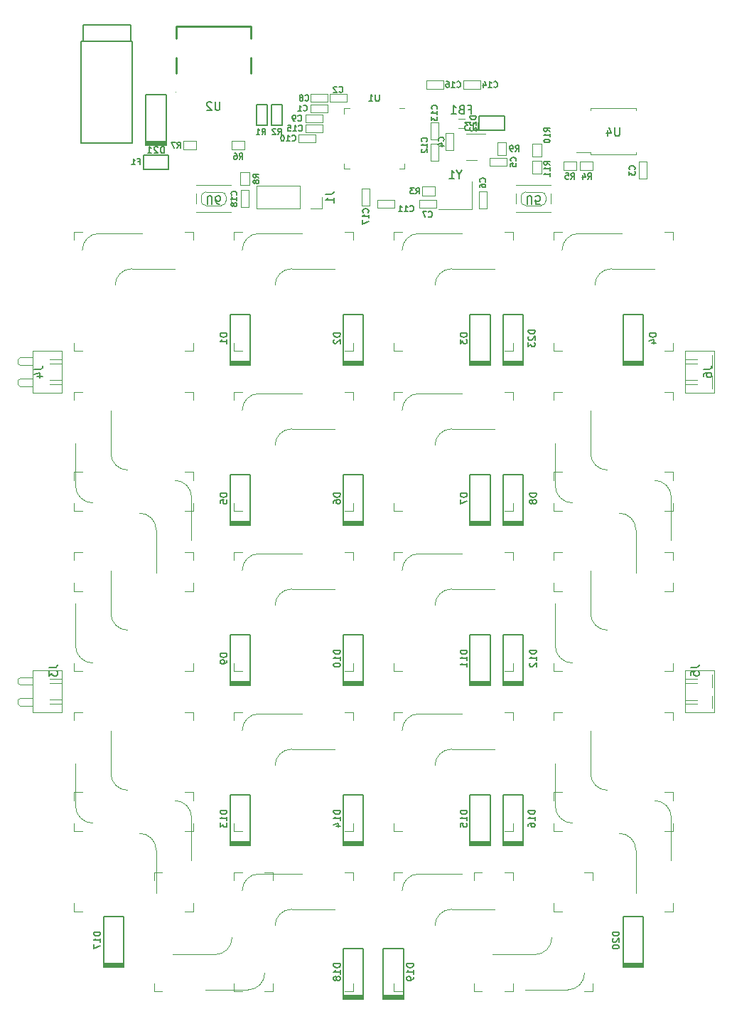
<source format=gbr>
G04 #@! TF.GenerationSoftware,KiCad,Pcbnew,(6.0.7)*
G04 #@! TF.CreationDate,2022-10-25T17:13:03-05:00*
G04 #@! TF.ProjectId,Container65,436f6e74-6169-46e6-9572-36352e6b6963,rev?*
G04 #@! TF.SameCoordinates,Original*
G04 #@! TF.FileFunction,Legend,Bot*
G04 #@! TF.FilePolarity,Positive*
%FSLAX46Y46*%
G04 Gerber Fmt 4.6, Leading zero omitted, Abs format (unit mm)*
G04 Created by KiCad (PCBNEW (6.0.7)) date 2022-10-25 17:13:03*
%MOMM*%
%LPD*%
G01*
G04 APERTURE LIST*
%ADD10C,0.150000*%
%ADD11C,0.120000*%
%ADD12C,0.200000*%
%ADD13C,0.254001*%
%ADD14C,0.059995*%
G04 APERTURE END LIST*
D10*
G04 #@! TO.C,U1*
X78497023Y-24966904D02*
X78497023Y-25614523D01*
X78458928Y-25690714D01*
X78420833Y-25728809D01*
X78344642Y-25766904D01*
X78192261Y-25766904D01*
X78116071Y-25728809D01*
X78077976Y-25690714D01*
X78039880Y-25614523D01*
X78039880Y-24966904D01*
X77239880Y-25766904D02*
X77697023Y-25766904D01*
X77468452Y-25766904D02*
X77468452Y-24966904D01*
X77544642Y-25081190D01*
X77620833Y-25157380D01*
X77697023Y-25195476D01*
G04 #@! TO.C,FB1*
X89120833Y-26753571D02*
X89454166Y-26753571D01*
X89454166Y-27277380D02*
X89454166Y-26277380D01*
X88977976Y-26277380D01*
X88263690Y-26753571D02*
X88120833Y-26801190D01*
X88073214Y-26848809D01*
X88025595Y-26944047D01*
X88025595Y-27086904D01*
X88073214Y-27182142D01*
X88120833Y-27229761D01*
X88216071Y-27277380D01*
X88597023Y-27277380D01*
X88597023Y-26277380D01*
X88263690Y-26277380D01*
X88168452Y-26325000D01*
X88120833Y-26372619D01*
X88073214Y-26467857D01*
X88073214Y-26563095D01*
X88120833Y-26658333D01*
X88168452Y-26705952D01*
X88263690Y-26753571D01*
X88597023Y-26753571D01*
X87073214Y-27277380D02*
X87644642Y-27277380D01*
X87358928Y-27277380D02*
X87358928Y-26277380D01*
X87454166Y-26420238D01*
X87549404Y-26515476D01*
X87644642Y-26563095D01*
G04 #@! TO.C,D14*
X73843154Y-110153571D02*
X73043154Y-110153571D01*
X73043154Y-110344047D01*
X73081250Y-110458333D01*
X73157440Y-110534523D01*
X73233630Y-110572619D01*
X73386011Y-110610714D01*
X73500297Y-110610714D01*
X73652678Y-110572619D01*
X73728869Y-110534523D01*
X73805059Y-110458333D01*
X73843154Y-110344047D01*
X73843154Y-110153571D01*
X73843154Y-111372619D02*
X73843154Y-110915476D01*
X73843154Y-111144047D02*
X73043154Y-111144047D01*
X73157440Y-111067857D01*
X73233630Y-110991666D01*
X73271726Y-110915476D01*
X73309821Y-112058333D02*
X73843154Y-112058333D01*
X73005059Y-111867857D02*
X73576488Y-111677380D01*
X73576488Y-112172619D01*
G04 #@! TO.C,C10*
X68087500Y-30475000D02*
X68120833Y-30508333D01*
X68220833Y-30541666D01*
X68287500Y-30541666D01*
X68387500Y-30508333D01*
X68454166Y-30441666D01*
X68487500Y-30375000D01*
X68520833Y-30241666D01*
X68520833Y-30141666D01*
X68487500Y-30008333D01*
X68454166Y-29941666D01*
X68387500Y-29875000D01*
X68287500Y-29841666D01*
X68220833Y-29841666D01*
X68120833Y-29875000D01*
X68087500Y-29908333D01*
X67420833Y-30541666D02*
X67820833Y-30541666D01*
X67620833Y-30541666D02*
X67620833Y-29841666D01*
X67687500Y-29941666D01*
X67754166Y-30008333D01*
X67820833Y-30041666D01*
X66987500Y-29841666D02*
X66920833Y-29841666D01*
X66854166Y-29875000D01*
X66820833Y-29908333D01*
X66787500Y-29975000D01*
X66754166Y-30108333D01*
X66754166Y-30275000D01*
X66787500Y-30408333D01*
X66820833Y-30475000D01*
X66854166Y-30508333D01*
X66920833Y-30541666D01*
X66987500Y-30541666D01*
X67054166Y-30508333D01*
X67087500Y-30475000D01*
X67120833Y-30408333D01*
X67154166Y-30275000D01*
X67154166Y-30108333D01*
X67120833Y-29975000D01*
X67087500Y-29908333D01*
X67054166Y-29875000D01*
X66987500Y-29841666D01*
G04 #@! TO.C,D4*
X111461904Y-53384523D02*
X110661904Y-53384523D01*
X110661904Y-53575000D01*
X110700000Y-53689285D01*
X110776190Y-53765476D01*
X110852380Y-53803571D01*
X111004761Y-53841666D01*
X111119047Y-53841666D01*
X111271428Y-53803571D01*
X111347619Y-53765476D01*
X111423809Y-53689285D01*
X111461904Y-53575000D01*
X111461904Y-53384523D01*
X110928571Y-54527380D02*
X111461904Y-54527380D01*
X110623809Y-54336904D02*
X111195238Y-54146428D01*
X111195238Y-54641666D01*
G04 #@! TO.C,D8*
X97199404Y-72434523D02*
X96399404Y-72434523D01*
X96399404Y-72625000D01*
X96437500Y-72739285D01*
X96513690Y-72815476D01*
X96589880Y-72853571D01*
X96742261Y-72891666D01*
X96856547Y-72891666D01*
X97008928Y-72853571D01*
X97085119Y-72815476D01*
X97161309Y-72739285D01*
X97199404Y-72625000D01*
X97199404Y-72434523D01*
X96742261Y-73348809D02*
X96704166Y-73272619D01*
X96666071Y-73234523D01*
X96589880Y-73196428D01*
X96551785Y-73196428D01*
X96475595Y-73234523D01*
X96437500Y-73272619D01*
X96399404Y-73348809D01*
X96399404Y-73501190D01*
X96437500Y-73577380D01*
X96475595Y-73615476D01*
X96551785Y-73653571D01*
X96589880Y-73653571D01*
X96666071Y-73615476D01*
X96704166Y-73577380D01*
X96742261Y-73501190D01*
X96742261Y-73348809D01*
X96780357Y-73272619D01*
X96818452Y-73234523D01*
X96894642Y-73196428D01*
X97047023Y-73196428D01*
X97123214Y-73234523D01*
X97161309Y-73272619D01*
X97199404Y-73348809D01*
X97199404Y-73501190D01*
X97161309Y-73577380D01*
X97123214Y-73615476D01*
X97047023Y-73653571D01*
X96894642Y-73653571D01*
X96818452Y-73615476D01*
X96780357Y-73577380D01*
X96742261Y-73501190D01*
G04 #@! TO.C,J3*
X39139880Y-93180416D02*
X39854166Y-93180416D01*
X39997023Y-93132797D01*
X40092261Y-93037559D01*
X40139880Y-92894702D01*
X40139880Y-92799464D01*
X39139880Y-93561369D02*
X39139880Y-94180416D01*
X39520833Y-93847083D01*
X39520833Y-93989940D01*
X39568452Y-94085178D01*
X39616071Y-94132797D01*
X39711309Y-94180416D01*
X39949404Y-94180416D01*
X40044642Y-94132797D01*
X40092261Y-94085178D01*
X40139880Y-93989940D01*
X40139880Y-93704226D01*
X40092261Y-93608988D01*
X40044642Y-93561369D01*
G04 #@! TO.C,D22*
X90004166Y-27575000D02*
X89304166Y-27575000D01*
X89304166Y-27741666D01*
X89337500Y-27841666D01*
X89404166Y-27908333D01*
X89470833Y-27941666D01*
X89604166Y-27975000D01*
X89704166Y-27975000D01*
X89837500Y-27941666D01*
X89904166Y-27908333D01*
X89970833Y-27841666D01*
X90004166Y-27741666D01*
X90004166Y-27575000D01*
X89370833Y-28241666D02*
X89337500Y-28275000D01*
X89304166Y-28341666D01*
X89304166Y-28508333D01*
X89337500Y-28575000D01*
X89370833Y-28608333D01*
X89437500Y-28641666D01*
X89504166Y-28641666D01*
X89604166Y-28608333D01*
X90004166Y-28208333D01*
X90004166Y-28641666D01*
X89370833Y-28908333D02*
X89337500Y-28941666D01*
X89304166Y-29008333D01*
X89304166Y-29175000D01*
X89337500Y-29241666D01*
X89370833Y-29275000D01*
X89437500Y-29308333D01*
X89504166Y-29308333D01*
X89604166Y-29275000D01*
X90004166Y-28875000D01*
X90004166Y-29308333D01*
G04 #@! TO.C,C15*
X68887500Y-29275000D02*
X68920833Y-29308333D01*
X69020833Y-29341666D01*
X69087500Y-29341666D01*
X69187500Y-29308333D01*
X69254166Y-29241666D01*
X69287500Y-29175000D01*
X69320833Y-29041666D01*
X69320833Y-28941666D01*
X69287500Y-28808333D01*
X69254166Y-28741666D01*
X69187500Y-28675000D01*
X69087500Y-28641666D01*
X69020833Y-28641666D01*
X68920833Y-28675000D01*
X68887500Y-28708333D01*
X68220833Y-29341666D02*
X68620833Y-29341666D01*
X68420833Y-29341666D02*
X68420833Y-28641666D01*
X68487500Y-28741666D01*
X68554166Y-28808333D01*
X68620833Y-28841666D01*
X67587500Y-28641666D02*
X67920833Y-28641666D01*
X67954166Y-28975000D01*
X67920833Y-28941666D01*
X67854166Y-28908333D01*
X67687500Y-28908333D01*
X67620833Y-28941666D01*
X67587500Y-28975000D01*
X67554166Y-29041666D01*
X67554166Y-29208333D01*
X67587500Y-29275000D01*
X67620833Y-29308333D01*
X67687500Y-29341666D01*
X67854166Y-29341666D01*
X67920833Y-29308333D01*
X67954166Y-29275000D01*
G04 #@! TO.C,C4*
X86137500Y-30508333D02*
X86170833Y-30475000D01*
X86204166Y-30375000D01*
X86204166Y-30308333D01*
X86170833Y-30208333D01*
X86104166Y-30141666D01*
X86037500Y-30108333D01*
X85904166Y-30075000D01*
X85804166Y-30075000D01*
X85670833Y-30108333D01*
X85604166Y-30141666D01*
X85537500Y-30208333D01*
X85504166Y-30308333D01*
X85504166Y-30375000D01*
X85537500Y-30475000D01*
X85570833Y-30508333D01*
X85737500Y-31108333D02*
X86204166Y-31108333D01*
X85470833Y-30941666D02*
X85970833Y-30775000D01*
X85970833Y-31208333D01*
G04 #@! TO.C,D23*
X97049404Y-53003571D02*
X96249404Y-53003571D01*
X96249404Y-53194047D01*
X96287500Y-53308333D01*
X96363690Y-53384523D01*
X96439880Y-53422619D01*
X96592261Y-53460714D01*
X96706547Y-53460714D01*
X96858928Y-53422619D01*
X96935119Y-53384523D01*
X97011309Y-53308333D01*
X97049404Y-53194047D01*
X97049404Y-53003571D01*
X96325595Y-53765476D02*
X96287500Y-53803571D01*
X96249404Y-53879761D01*
X96249404Y-54070238D01*
X96287500Y-54146428D01*
X96325595Y-54184523D01*
X96401785Y-54222619D01*
X96477976Y-54222619D01*
X96592261Y-54184523D01*
X97049404Y-53727380D01*
X97049404Y-54222619D01*
X96249404Y-54489285D02*
X96249404Y-54984523D01*
X96554166Y-54717857D01*
X96554166Y-54832142D01*
X96592261Y-54908333D01*
X96630357Y-54946428D01*
X96706547Y-54984523D01*
X96897023Y-54984523D01*
X96973214Y-54946428D01*
X97011309Y-54908333D01*
X97049404Y-54832142D01*
X97049404Y-54603571D01*
X97011309Y-54527380D01*
X96973214Y-54489285D01*
G04 #@! TO.C,C17*
X77137500Y-39025000D02*
X77170833Y-38991666D01*
X77204166Y-38891666D01*
X77204166Y-38825000D01*
X77170833Y-38725000D01*
X77104166Y-38658333D01*
X77037500Y-38625000D01*
X76904166Y-38591666D01*
X76804166Y-38591666D01*
X76670833Y-38625000D01*
X76604166Y-38658333D01*
X76537500Y-38725000D01*
X76504166Y-38825000D01*
X76504166Y-38891666D01*
X76537500Y-38991666D01*
X76570833Y-39025000D01*
X77204166Y-39691666D02*
X77204166Y-39291666D01*
X77204166Y-39491666D02*
X76504166Y-39491666D01*
X76604166Y-39425000D01*
X76670833Y-39358333D01*
X76704166Y-39291666D01*
X76504166Y-39925000D02*
X76504166Y-40391666D01*
X77204166Y-40091666D01*
G04 #@! TO.C,D10*
X73843154Y-91103571D02*
X73043154Y-91103571D01*
X73043154Y-91294047D01*
X73081250Y-91408333D01*
X73157440Y-91484523D01*
X73233630Y-91522619D01*
X73386011Y-91560714D01*
X73500297Y-91560714D01*
X73652678Y-91522619D01*
X73728869Y-91484523D01*
X73805059Y-91408333D01*
X73843154Y-91294047D01*
X73843154Y-91103571D01*
X73843154Y-92322619D02*
X73843154Y-91865476D01*
X73843154Y-92094047D02*
X73043154Y-92094047D01*
X73157440Y-92017857D01*
X73233630Y-91941666D01*
X73271726Y-91865476D01*
X73043154Y-92817857D02*
X73043154Y-92894047D01*
X73081250Y-92970238D01*
X73119345Y-93008333D01*
X73195535Y-93046428D01*
X73347916Y-93084523D01*
X73538392Y-93084523D01*
X73690773Y-93046428D01*
X73766964Y-93008333D01*
X73805059Y-92970238D01*
X73843154Y-92894047D01*
X73843154Y-92817857D01*
X73805059Y-92741666D01*
X73766964Y-92703571D01*
X73690773Y-92665476D01*
X73538392Y-92627380D01*
X73347916Y-92627380D01*
X73195535Y-92665476D01*
X73119345Y-92703571D01*
X73081250Y-92741666D01*
X73043154Y-92817857D01*
G04 #@! TO.C,D15*
X88924404Y-110153571D02*
X88124404Y-110153571D01*
X88124404Y-110344047D01*
X88162500Y-110458333D01*
X88238690Y-110534523D01*
X88314880Y-110572619D01*
X88467261Y-110610714D01*
X88581547Y-110610714D01*
X88733928Y-110572619D01*
X88810119Y-110534523D01*
X88886309Y-110458333D01*
X88924404Y-110344047D01*
X88924404Y-110153571D01*
X88924404Y-111372619D02*
X88924404Y-110915476D01*
X88924404Y-111144047D02*
X88124404Y-111144047D01*
X88238690Y-111067857D01*
X88314880Y-110991666D01*
X88352976Y-110915476D01*
X88124404Y-112096428D02*
X88124404Y-111715476D01*
X88505357Y-111677380D01*
X88467261Y-111715476D01*
X88429166Y-111791666D01*
X88429166Y-111982142D01*
X88467261Y-112058333D01*
X88505357Y-112096428D01*
X88581547Y-112134523D01*
X88772023Y-112134523D01*
X88848214Y-112096428D01*
X88886309Y-112058333D01*
X88924404Y-111982142D01*
X88924404Y-111791666D01*
X88886309Y-111715476D01*
X88848214Y-111677380D01*
G04 #@! TO.C,D12*
X97199404Y-91103571D02*
X96399404Y-91103571D01*
X96399404Y-91294047D01*
X96437500Y-91408333D01*
X96513690Y-91484523D01*
X96589880Y-91522619D01*
X96742261Y-91560714D01*
X96856547Y-91560714D01*
X97008928Y-91522619D01*
X97085119Y-91484523D01*
X97161309Y-91408333D01*
X97199404Y-91294047D01*
X97199404Y-91103571D01*
X97199404Y-92322619D02*
X97199404Y-91865476D01*
X97199404Y-92094047D02*
X96399404Y-92094047D01*
X96513690Y-92017857D01*
X96589880Y-91941666D01*
X96627976Y-91865476D01*
X96475595Y-92627380D02*
X96437500Y-92665476D01*
X96399404Y-92741666D01*
X96399404Y-92932142D01*
X96437500Y-93008333D01*
X96475595Y-93046428D01*
X96551785Y-93084523D01*
X96627976Y-93084523D01*
X96742261Y-93046428D01*
X97199404Y-92589285D01*
X97199404Y-93084523D01*
G04 #@! TO.C,D1*
X60349404Y-53384523D02*
X59549404Y-53384523D01*
X59549404Y-53575000D01*
X59587500Y-53689285D01*
X59663690Y-53765476D01*
X59739880Y-53803571D01*
X59892261Y-53841666D01*
X60006547Y-53841666D01*
X60158928Y-53803571D01*
X60235119Y-53765476D01*
X60311309Y-53689285D01*
X60349404Y-53575000D01*
X60349404Y-53384523D01*
X60349404Y-54603571D02*
X60349404Y-54146428D01*
X60349404Y-54375000D02*
X59549404Y-54375000D01*
X59663690Y-54298809D01*
X59739880Y-54222619D01*
X59777976Y-54146428D01*
G04 #@! TO.C,D3*
X88924404Y-53384523D02*
X88124404Y-53384523D01*
X88124404Y-53575000D01*
X88162500Y-53689285D01*
X88238690Y-53765476D01*
X88314880Y-53803571D01*
X88467261Y-53841666D01*
X88581547Y-53841666D01*
X88733928Y-53803571D01*
X88810119Y-53765476D01*
X88886309Y-53689285D01*
X88924404Y-53575000D01*
X88924404Y-53384523D01*
X88124404Y-54108333D02*
X88124404Y-54603571D01*
X88429166Y-54336904D01*
X88429166Y-54451190D01*
X88467261Y-54527380D01*
X88505357Y-54565476D01*
X88581547Y-54603571D01*
X88772023Y-54603571D01*
X88848214Y-54565476D01*
X88886309Y-54527380D01*
X88924404Y-54451190D01*
X88924404Y-54222619D01*
X88886309Y-54146428D01*
X88848214Y-54108333D01*
G04 #@! TO.C,R4*
X103304166Y-35041666D02*
X103537500Y-34708333D01*
X103704166Y-35041666D02*
X103704166Y-34341666D01*
X103437500Y-34341666D01*
X103370833Y-34375000D01*
X103337500Y-34408333D01*
X103304166Y-34475000D01*
X103304166Y-34575000D01*
X103337500Y-34641666D01*
X103370833Y-34675000D01*
X103437500Y-34708333D01*
X103704166Y-34708333D01*
X102704166Y-34575000D02*
X102704166Y-35041666D01*
X102870833Y-34308333D02*
X103037500Y-34808333D01*
X102604166Y-34808333D01*
G04 #@! TO.C,U3*
X90249404Y-28277380D02*
X90249404Y-29086904D01*
X90201785Y-29182142D01*
X90154166Y-29229761D01*
X90058928Y-29277380D01*
X89868452Y-29277380D01*
X89773214Y-29229761D01*
X89725595Y-29182142D01*
X89677976Y-29086904D01*
X89677976Y-28277380D01*
X89297023Y-28277380D02*
X88677976Y-28277380D01*
X89011309Y-28658333D01*
X88868452Y-28658333D01*
X88773214Y-28705952D01*
X88725595Y-28753571D01*
X88677976Y-28848809D01*
X88677976Y-29086904D01*
X88725595Y-29182142D01*
X88773214Y-29229761D01*
X88868452Y-29277380D01*
X89154166Y-29277380D01*
X89249404Y-29229761D01*
X89297023Y-29182142D01*
G04 #@! TO.C,U5*
X96092871Y-38047619D02*
X96092871Y-37238095D01*
X96140490Y-37142857D01*
X96188109Y-37095238D01*
X96283347Y-37047619D01*
X96473823Y-37047619D01*
X96569061Y-37095238D01*
X96616680Y-37142857D01*
X96664299Y-37238095D01*
X96664299Y-38047619D01*
X97616680Y-38047619D02*
X97140490Y-38047619D01*
X97092871Y-37571428D01*
X97140490Y-37619047D01*
X97235728Y-37666666D01*
X97473823Y-37666666D01*
X97569061Y-37619047D01*
X97616680Y-37571428D01*
X97664299Y-37476190D01*
X97664299Y-37238095D01*
X97616680Y-37142857D01*
X97569061Y-37095238D01*
X97473823Y-37047619D01*
X97235728Y-37047619D01*
X97140490Y-37095238D01*
X97092871Y-37142857D01*
G04 #@! TO.C,R9*
X94704166Y-31741666D02*
X94937500Y-31408333D01*
X95104166Y-31741666D02*
X95104166Y-31041666D01*
X94837500Y-31041666D01*
X94770833Y-31075000D01*
X94737500Y-31108333D01*
X94704166Y-31175000D01*
X94704166Y-31275000D01*
X94737500Y-31341666D01*
X94770833Y-31375000D01*
X94837500Y-31408333D01*
X95104166Y-31408333D01*
X94370833Y-31741666D02*
X94237500Y-31741666D01*
X94170833Y-31708333D01*
X94137500Y-31675000D01*
X94070833Y-31575000D01*
X94037500Y-31441666D01*
X94037500Y-31175000D01*
X94070833Y-31108333D01*
X94104166Y-31075000D01*
X94170833Y-31041666D01*
X94304166Y-31041666D01*
X94370833Y-31075000D01*
X94404166Y-31108333D01*
X94437500Y-31175000D01*
X94437500Y-31341666D01*
X94404166Y-31408333D01*
X94370833Y-31441666D01*
X94304166Y-31475000D01*
X94170833Y-31475000D01*
X94104166Y-31441666D01*
X94070833Y-31408333D01*
X94037500Y-31341666D01*
G04 #@! TO.C,R11*
X98804166Y-33375000D02*
X98470833Y-33141666D01*
X98804166Y-32975000D02*
X98104166Y-32975000D01*
X98104166Y-33241666D01*
X98137500Y-33308333D01*
X98170833Y-33341666D01*
X98237500Y-33375000D01*
X98337500Y-33375000D01*
X98404166Y-33341666D01*
X98437500Y-33308333D01*
X98470833Y-33241666D01*
X98470833Y-32975000D01*
X98804166Y-34041666D02*
X98804166Y-33641666D01*
X98804166Y-33841666D02*
X98104166Y-33841666D01*
X98204166Y-33775000D01*
X98270833Y-33708333D01*
X98304166Y-33641666D01*
X98804166Y-34708333D02*
X98804166Y-34308333D01*
X98804166Y-34508333D02*
X98104166Y-34508333D01*
X98204166Y-34441666D01*
X98270833Y-34375000D01*
X98304166Y-34308333D01*
G04 #@! TO.C,R7*
X54404166Y-31341666D02*
X54637500Y-31008333D01*
X54804166Y-31341666D02*
X54804166Y-30641666D01*
X54537500Y-30641666D01*
X54470833Y-30675000D01*
X54437500Y-30708333D01*
X54404166Y-30775000D01*
X54404166Y-30875000D01*
X54437500Y-30941666D01*
X54470833Y-30975000D01*
X54537500Y-31008333D01*
X54804166Y-31008333D01*
X54170833Y-30641666D02*
X53704166Y-30641666D01*
X54004166Y-31341666D01*
G04 #@! TO.C,D21*
X52858928Y-31961904D02*
X52858928Y-31161904D01*
X52668452Y-31161904D01*
X52554166Y-31200000D01*
X52477976Y-31276190D01*
X52439880Y-31352380D01*
X52401785Y-31504761D01*
X52401785Y-31619047D01*
X52439880Y-31771428D01*
X52477976Y-31847619D01*
X52554166Y-31923809D01*
X52668452Y-31961904D01*
X52858928Y-31961904D01*
X52097023Y-31238095D02*
X52058928Y-31200000D01*
X51982738Y-31161904D01*
X51792261Y-31161904D01*
X51716071Y-31200000D01*
X51677976Y-31238095D01*
X51639880Y-31314285D01*
X51639880Y-31390476D01*
X51677976Y-31504761D01*
X52135119Y-31961904D01*
X51639880Y-31961904D01*
X50877976Y-31961904D02*
X51335119Y-31961904D01*
X51106547Y-31961904D02*
X51106547Y-31161904D01*
X51182738Y-31276190D01*
X51258928Y-31352380D01*
X51335119Y-31390476D01*
G04 #@! TO.C,D17*
X45268154Y-124628571D02*
X44468154Y-124628571D01*
X44468154Y-124819047D01*
X44506250Y-124933333D01*
X44582440Y-125009523D01*
X44658630Y-125047619D01*
X44811011Y-125085714D01*
X44925297Y-125085714D01*
X45077678Y-125047619D01*
X45153869Y-125009523D01*
X45230059Y-124933333D01*
X45268154Y-124819047D01*
X45268154Y-124628571D01*
X45268154Y-125847619D02*
X45268154Y-125390476D01*
X45268154Y-125619047D02*
X44468154Y-125619047D01*
X44582440Y-125542857D01*
X44658630Y-125466666D01*
X44696726Y-125390476D01*
X44468154Y-126114285D02*
X44468154Y-126647619D01*
X45268154Y-126304761D01*
G04 #@! TO.C,D18*
X73843154Y-128409821D02*
X73043154Y-128409821D01*
X73043154Y-128600297D01*
X73081250Y-128714583D01*
X73157440Y-128790773D01*
X73233630Y-128828869D01*
X73386011Y-128866964D01*
X73500297Y-128866964D01*
X73652678Y-128828869D01*
X73728869Y-128790773D01*
X73805059Y-128714583D01*
X73843154Y-128600297D01*
X73843154Y-128409821D01*
X73843154Y-129628869D02*
X73843154Y-129171726D01*
X73843154Y-129400297D02*
X73043154Y-129400297D01*
X73157440Y-129324107D01*
X73233630Y-129247916D01*
X73271726Y-129171726D01*
X73386011Y-130086011D02*
X73347916Y-130009821D01*
X73309821Y-129971726D01*
X73233630Y-129933630D01*
X73195535Y-129933630D01*
X73119345Y-129971726D01*
X73081250Y-130009821D01*
X73043154Y-130086011D01*
X73043154Y-130238392D01*
X73081250Y-130314583D01*
X73119345Y-130352678D01*
X73195535Y-130390773D01*
X73233630Y-130390773D01*
X73309821Y-130352678D01*
X73347916Y-130314583D01*
X73386011Y-130238392D01*
X73386011Y-130086011D01*
X73424107Y-130009821D01*
X73462202Y-129971726D01*
X73538392Y-129933630D01*
X73690773Y-129933630D01*
X73766964Y-129971726D01*
X73805059Y-130009821D01*
X73843154Y-130086011D01*
X73843154Y-130238392D01*
X73805059Y-130314583D01*
X73766964Y-130352678D01*
X73690773Y-130390773D01*
X73538392Y-130390773D01*
X73462202Y-130352678D01*
X73424107Y-130314583D01*
X73386011Y-130238392D01*
G04 #@! TO.C,D9*
X60349404Y-91484523D02*
X59549404Y-91484523D01*
X59549404Y-91675000D01*
X59587500Y-91789285D01*
X59663690Y-91865476D01*
X59739880Y-91903571D01*
X59892261Y-91941666D01*
X60006547Y-91941666D01*
X60158928Y-91903571D01*
X60235119Y-91865476D01*
X60311309Y-91789285D01*
X60349404Y-91675000D01*
X60349404Y-91484523D01*
X60349404Y-92322619D02*
X60349404Y-92475000D01*
X60311309Y-92551190D01*
X60273214Y-92589285D01*
X60158928Y-92665476D01*
X60006547Y-92703571D01*
X59701785Y-92703571D01*
X59625595Y-92665476D01*
X59587500Y-92627380D01*
X59549404Y-92551190D01*
X59549404Y-92398809D01*
X59587500Y-92322619D01*
X59625595Y-92284523D01*
X59701785Y-92246428D01*
X59892261Y-92246428D01*
X59968452Y-92284523D01*
X60006547Y-92322619D01*
X60044642Y-92398809D01*
X60044642Y-92551190D01*
X60006547Y-92627380D01*
X59968452Y-92665476D01*
X59892261Y-92703571D01*
G04 #@! TO.C,D20*
X107049404Y-124628571D02*
X106249404Y-124628571D01*
X106249404Y-124819047D01*
X106287500Y-124933333D01*
X106363690Y-125009523D01*
X106439880Y-125047619D01*
X106592261Y-125085714D01*
X106706547Y-125085714D01*
X106858928Y-125047619D01*
X106935119Y-125009523D01*
X107011309Y-124933333D01*
X107049404Y-124819047D01*
X107049404Y-124628571D01*
X106325595Y-125390476D02*
X106287500Y-125428571D01*
X106249404Y-125504761D01*
X106249404Y-125695238D01*
X106287500Y-125771428D01*
X106325595Y-125809523D01*
X106401785Y-125847619D01*
X106477976Y-125847619D01*
X106592261Y-125809523D01*
X107049404Y-125352380D01*
X107049404Y-125847619D01*
X106249404Y-126342857D02*
X106249404Y-126419047D01*
X106287500Y-126495238D01*
X106325595Y-126533333D01*
X106401785Y-126571428D01*
X106554166Y-126609523D01*
X106744642Y-126609523D01*
X106897023Y-126571428D01*
X106973214Y-126533333D01*
X107011309Y-126495238D01*
X107049404Y-126419047D01*
X107049404Y-126342857D01*
X107011309Y-126266666D01*
X106973214Y-126228571D01*
X106897023Y-126190476D01*
X106744642Y-126152380D01*
X106554166Y-126152380D01*
X106401785Y-126190476D01*
X106325595Y-126228571D01*
X106287500Y-126266666D01*
X106249404Y-126342857D01*
G04 #@! TO.C,C13*
X85337500Y-26718750D02*
X85370833Y-26685416D01*
X85404166Y-26585416D01*
X85404166Y-26518750D01*
X85370833Y-26418750D01*
X85304166Y-26352083D01*
X85237500Y-26318750D01*
X85104166Y-26285416D01*
X85004166Y-26285416D01*
X84870833Y-26318750D01*
X84804166Y-26352083D01*
X84737500Y-26418750D01*
X84704166Y-26518750D01*
X84704166Y-26585416D01*
X84737500Y-26685416D01*
X84770833Y-26718750D01*
X85404166Y-27385416D02*
X85404166Y-26985416D01*
X85404166Y-27185416D02*
X84704166Y-27185416D01*
X84804166Y-27118750D01*
X84870833Y-27052083D01*
X84904166Y-26985416D01*
X84704166Y-27618750D02*
X84704166Y-28052083D01*
X84970833Y-27818750D01*
X84970833Y-27918750D01*
X85004166Y-27985416D01*
X85037500Y-28018750D01*
X85104166Y-28052083D01*
X85270833Y-28052083D01*
X85337500Y-28018750D01*
X85370833Y-27985416D01*
X85404166Y-27918750D01*
X85404166Y-27718750D01*
X85370833Y-27652083D01*
X85337500Y-27618750D01*
G04 #@! TO.C,D5*
X60349404Y-72434523D02*
X59549404Y-72434523D01*
X59549404Y-72625000D01*
X59587500Y-72739285D01*
X59663690Y-72815476D01*
X59739880Y-72853571D01*
X59892261Y-72891666D01*
X60006547Y-72891666D01*
X60158928Y-72853571D01*
X60235119Y-72815476D01*
X60311309Y-72739285D01*
X60349404Y-72625000D01*
X60349404Y-72434523D01*
X59549404Y-73615476D02*
X59549404Y-73234523D01*
X59930357Y-73196428D01*
X59892261Y-73234523D01*
X59854166Y-73310714D01*
X59854166Y-73501190D01*
X59892261Y-73577380D01*
X59930357Y-73615476D01*
X60006547Y-73653571D01*
X60197023Y-73653571D01*
X60273214Y-73615476D01*
X60311309Y-73577380D01*
X60349404Y-73501190D01*
X60349404Y-73310714D01*
X60311309Y-73234523D01*
X60273214Y-73196428D01*
G04 #@! TO.C,C8*
X69654166Y-25675000D02*
X69687500Y-25708333D01*
X69787500Y-25741666D01*
X69854166Y-25741666D01*
X69954166Y-25708333D01*
X70020833Y-25641666D01*
X70054166Y-25575000D01*
X70087500Y-25441666D01*
X70087500Y-25341666D01*
X70054166Y-25208333D01*
X70020833Y-25141666D01*
X69954166Y-25075000D01*
X69854166Y-25041666D01*
X69787500Y-25041666D01*
X69687500Y-25075000D01*
X69654166Y-25108333D01*
X69254166Y-25341666D02*
X69320833Y-25308333D01*
X69354166Y-25275000D01*
X69387500Y-25208333D01*
X69387500Y-25175000D01*
X69354166Y-25108333D01*
X69320833Y-25075000D01*
X69254166Y-25041666D01*
X69120833Y-25041666D01*
X69054166Y-25075000D01*
X69020833Y-25108333D01*
X68987500Y-25175000D01*
X68987500Y-25208333D01*
X69020833Y-25275000D01*
X69054166Y-25308333D01*
X69120833Y-25341666D01*
X69254166Y-25341666D01*
X69320833Y-25375000D01*
X69354166Y-25408333D01*
X69387500Y-25475000D01*
X69387500Y-25608333D01*
X69354166Y-25675000D01*
X69320833Y-25708333D01*
X69254166Y-25741666D01*
X69120833Y-25741666D01*
X69054166Y-25708333D01*
X69020833Y-25675000D01*
X68987500Y-25608333D01*
X68987500Y-25475000D01*
X69020833Y-25408333D01*
X69054166Y-25375000D01*
X69120833Y-25341666D01*
G04 #@! TO.C,J6*
X117089880Y-57649166D02*
X117804166Y-57649166D01*
X117947023Y-57601547D01*
X118042261Y-57506309D01*
X118089880Y-57363452D01*
X118089880Y-57268214D01*
X117089880Y-58553928D02*
X117089880Y-58363452D01*
X117137500Y-58268214D01*
X117185119Y-58220595D01*
X117327976Y-58125357D01*
X117518452Y-58077738D01*
X117899404Y-58077738D01*
X117994642Y-58125357D01*
X118042261Y-58172976D01*
X118089880Y-58268214D01*
X118089880Y-58458690D01*
X118042261Y-58553928D01*
X117994642Y-58601547D01*
X117899404Y-58649166D01*
X117661309Y-58649166D01*
X117566071Y-58601547D01*
X117518452Y-58553928D01*
X117470833Y-58458690D01*
X117470833Y-58268214D01*
X117518452Y-58172976D01*
X117566071Y-58125357D01*
X117661309Y-58077738D01*
G04 #@! TO.C,C2*
X73704166Y-24675000D02*
X73737500Y-24708333D01*
X73837500Y-24741666D01*
X73904166Y-24741666D01*
X74004166Y-24708333D01*
X74070833Y-24641666D01*
X74104166Y-24575000D01*
X74137500Y-24441666D01*
X74137500Y-24341666D01*
X74104166Y-24208333D01*
X74070833Y-24141666D01*
X74004166Y-24075000D01*
X73904166Y-24041666D01*
X73837500Y-24041666D01*
X73737500Y-24075000D01*
X73704166Y-24108333D01*
X73437500Y-24108333D02*
X73404166Y-24075000D01*
X73337500Y-24041666D01*
X73170833Y-24041666D01*
X73104166Y-24075000D01*
X73070833Y-24108333D01*
X73037500Y-24175000D01*
X73037500Y-24241666D01*
X73070833Y-24341666D01*
X73470833Y-24741666D01*
X73037500Y-24741666D01*
G04 #@! TO.C,F1*
X49720833Y-32975000D02*
X49954166Y-32975000D01*
X49954166Y-33341666D02*
X49954166Y-32641666D01*
X49620833Y-32641666D01*
X48987500Y-33341666D02*
X49387500Y-33341666D01*
X49187500Y-33341666D02*
X49187500Y-32641666D01*
X49254166Y-32741666D01*
X49320833Y-32808333D01*
X49387500Y-32841666D01*
G04 #@! TO.C,R3*
X82854166Y-36816666D02*
X83087500Y-36483333D01*
X83254166Y-36816666D02*
X83254166Y-36116666D01*
X82987500Y-36116666D01*
X82920833Y-36150000D01*
X82887500Y-36183333D01*
X82854166Y-36250000D01*
X82854166Y-36350000D01*
X82887500Y-36416666D01*
X82920833Y-36450000D01*
X82987500Y-36483333D01*
X83254166Y-36483333D01*
X82620833Y-36116666D02*
X82187500Y-36116666D01*
X82420833Y-36383333D01*
X82320833Y-36383333D01*
X82254166Y-36416666D01*
X82220833Y-36450000D01*
X82187500Y-36516666D01*
X82187500Y-36683333D01*
X82220833Y-36750000D01*
X82254166Y-36783333D01*
X82320833Y-36816666D01*
X82520833Y-36816666D01*
X82587500Y-36783333D01*
X82620833Y-36750000D01*
G04 #@! TO.C,R5*
X101304166Y-35041666D02*
X101537500Y-34708333D01*
X101704166Y-35041666D02*
X101704166Y-34341666D01*
X101437500Y-34341666D01*
X101370833Y-34375000D01*
X101337500Y-34408333D01*
X101304166Y-34475000D01*
X101304166Y-34575000D01*
X101337500Y-34641666D01*
X101370833Y-34675000D01*
X101437500Y-34708333D01*
X101704166Y-34708333D01*
X100670833Y-34341666D02*
X101004166Y-34341666D01*
X101037500Y-34675000D01*
X101004166Y-34641666D01*
X100937500Y-34608333D01*
X100770833Y-34608333D01*
X100704166Y-34641666D01*
X100670833Y-34675000D01*
X100637500Y-34741666D01*
X100637500Y-34908333D01*
X100670833Y-34975000D01*
X100704166Y-35008333D01*
X100770833Y-35041666D01*
X100937500Y-35041666D01*
X101004166Y-35008333D01*
X101037500Y-34975000D01*
G04 #@! TO.C,C7*
X84354166Y-39520000D02*
X84387500Y-39553333D01*
X84487500Y-39586666D01*
X84554166Y-39586666D01*
X84654166Y-39553333D01*
X84720833Y-39486666D01*
X84754166Y-39420000D01*
X84787500Y-39286666D01*
X84787500Y-39186666D01*
X84754166Y-39053333D01*
X84720833Y-38986666D01*
X84654166Y-38920000D01*
X84554166Y-38886666D01*
X84487500Y-38886666D01*
X84387500Y-38920000D01*
X84354166Y-38953333D01*
X84120833Y-38886666D02*
X83654166Y-38886666D01*
X83954166Y-39586666D01*
G04 #@! TO.C,R1*
X64504166Y-29741666D02*
X64737500Y-29408333D01*
X64904166Y-29741666D02*
X64904166Y-29041666D01*
X64637500Y-29041666D01*
X64570833Y-29075000D01*
X64537500Y-29108333D01*
X64504166Y-29175000D01*
X64504166Y-29275000D01*
X64537500Y-29341666D01*
X64570833Y-29375000D01*
X64637500Y-29408333D01*
X64904166Y-29408333D01*
X63837500Y-29741666D02*
X64237500Y-29741666D01*
X64037500Y-29741666D02*
X64037500Y-29041666D01*
X64104166Y-29141666D01*
X64170833Y-29208333D01*
X64237500Y-29241666D01*
G04 #@! TO.C,R10*
X98804166Y-29375000D02*
X98470833Y-29141666D01*
X98804166Y-28975000D02*
X98104166Y-28975000D01*
X98104166Y-29241666D01*
X98137500Y-29308333D01*
X98170833Y-29341666D01*
X98237500Y-29375000D01*
X98337500Y-29375000D01*
X98404166Y-29341666D01*
X98437500Y-29308333D01*
X98470833Y-29241666D01*
X98470833Y-28975000D01*
X98804166Y-30041666D02*
X98804166Y-29641666D01*
X98804166Y-29841666D02*
X98104166Y-29841666D01*
X98204166Y-29775000D01*
X98270833Y-29708333D01*
X98304166Y-29641666D01*
X98104166Y-30475000D02*
X98104166Y-30541666D01*
X98137500Y-30608333D01*
X98170833Y-30641666D01*
X98237500Y-30675000D01*
X98370833Y-30708333D01*
X98537500Y-30708333D01*
X98670833Y-30675000D01*
X98737500Y-30641666D01*
X98770833Y-30608333D01*
X98804166Y-30541666D01*
X98804166Y-30475000D01*
X98770833Y-30408333D01*
X98737500Y-30375000D01*
X98670833Y-30341666D01*
X98537500Y-30308333D01*
X98370833Y-30308333D01*
X98237500Y-30341666D01*
X98170833Y-30375000D01*
X98137500Y-30408333D01*
X98104166Y-30475000D01*
G04 #@! TO.C,C16*
X87737500Y-24075000D02*
X87770833Y-24108333D01*
X87870833Y-24141666D01*
X87937500Y-24141666D01*
X88037500Y-24108333D01*
X88104166Y-24041666D01*
X88137500Y-23975000D01*
X88170833Y-23841666D01*
X88170833Y-23741666D01*
X88137500Y-23608333D01*
X88104166Y-23541666D01*
X88037500Y-23475000D01*
X87937500Y-23441666D01*
X87870833Y-23441666D01*
X87770833Y-23475000D01*
X87737500Y-23508333D01*
X87070833Y-24141666D02*
X87470833Y-24141666D01*
X87270833Y-24141666D02*
X87270833Y-23441666D01*
X87337500Y-23541666D01*
X87404166Y-23608333D01*
X87470833Y-23641666D01*
X86470833Y-23441666D02*
X86604166Y-23441666D01*
X86670833Y-23475000D01*
X86704166Y-23508333D01*
X86770833Y-23608333D01*
X86804166Y-23741666D01*
X86804166Y-24008333D01*
X86770833Y-24075000D01*
X86737500Y-24108333D01*
X86670833Y-24141666D01*
X86537500Y-24141666D01*
X86470833Y-24108333D01*
X86437500Y-24075000D01*
X86404166Y-24008333D01*
X86404166Y-23841666D01*
X86437500Y-23775000D01*
X86470833Y-23741666D01*
X86537500Y-23708333D01*
X86670833Y-23708333D01*
X86737500Y-23741666D01*
X86770833Y-23775000D01*
X86804166Y-23841666D01*
G04 #@! TO.C,D6*
X73843154Y-72434523D02*
X73043154Y-72434523D01*
X73043154Y-72625000D01*
X73081250Y-72739285D01*
X73157440Y-72815476D01*
X73233630Y-72853571D01*
X73386011Y-72891666D01*
X73500297Y-72891666D01*
X73652678Y-72853571D01*
X73728869Y-72815476D01*
X73805059Y-72739285D01*
X73843154Y-72625000D01*
X73843154Y-72434523D01*
X73043154Y-73577380D02*
X73043154Y-73425000D01*
X73081250Y-73348809D01*
X73119345Y-73310714D01*
X73233630Y-73234523D01*
X73386011Y-73196428D01*
X73690773Y-73196428D01*
X73766964Y-73234523D01*
X73805059Y-73272619D01*
X73843154Y-73348809D01*
X73843154Y-73501190D01*
X73805059Y-73577380D01*
X73766964Y-73615476D01*
X73690773Y-73653571D01*
X73500297Y-73653571D01*
X73424107Y-73615476D01*
X73386011Y-73577380D01*
X73347916Y-73501190D01*
X73347916Y-73348809D01*
X73386011Y-73272619D01*
X73424107Y-73234523D01*
X73500297Y-73196428D01*
G04 #@! TO.C,R8*
X64154166Y-34883333D02*
X63820833Y-34650000D01*
X64154166Y-34483333D02*
X63454166Y-34483333D01*
X63454166Y-34750000D01*
X63487500Y-34816666D01*
X63520833Y-34850000D01*
X63587500Y-34883333D01*
X63687500Y-34883333D01*
X63754166Y-34850000D01*
X63787500Y-34816666D01*
X63820833Y-34750000D01*
X63820833Y-34483333D01*
X63754166Y-35283333D02*
X63720833Y-35216666D01*
X63687500Y-35183333D01*
X63620833Y-35150000D01*
X63587500Y-35150000D01*
X63520833Y-35183333D01*
X63487500Y-35216666D01*
X63454166Y-35283333D01*
X63454166Y-35416666D01*
X63487500Y-35483333D01*
X63520833Y-35516666D01*
X63587500Y-35550000D01*
X63620833Y-35550000D01*
X63687500Y-35516666D01*
X63720833Y-35483333D01*
X63754166Y-35416666D01*
X63754166Y-35283333D01*
X63787500Y-35216666D01*
X63820833Y-35183333D01*
X63887500Y-35150000D01*
X64020833Y-35150000D01*
X64087500Y-35183333D01*
X64120833Y-35216666D01*
X64154166Y-35283333D01*
X64154166Y-35416666D01*
X64120833Y-35483333D01*
X64087500Y-35516666D01*
X64020833Y-35550000D01*
X63887500Y-35550000D01*
X63820833Y-35516666D01*
X63787500Y-35483333D01*
X63754166Y-35416666D01*
G04 #@! TO.C,D11*
X88924404Y-91103571D02*
X88124404Y-91103571D01*
X88124404Y-91294047D01*
X88162500Y-91408333D01*
X88238690Y-91484523D01*
X88314880Y-91522619D01*
X88467261Y-91560714D01*
X88581547Y-91560714D01*
X88733928Y-91522619D01*
X88810119Y-91484523D01*
X88886309Y-91408333D01*
X88924404Y-91294047D01*
X88924404Y-91103571D01*
X88924404Y-92322619D02*
X88924404Y-91865476D01*
X88924404Y-92094047D02*
X88124404Y-92094047D01*
X88238690Y-92017857D01*
X88314880Y-91941666D01*
X88352976Y-91865476D01*
X88924404Y-93084523D02*
X88924404Y-92627380D01*
X88924404Y-92855952D02*
X88124404Y-92855952D01*
X88238690Y-92779761D01*
X88314880Y-92703571D01*
X88352976Y-92627380D01*
G04 #@! TO.C,D13*
X60349404Y-110153571D02*
X59549404Y-110153571D01*
X59549404Y-110344047D01*
X59587500Y-110458333D01*
X59663690Y-110534523D01*
X59739880Y-110572619D01*
X59892261Y-110610714D01*
X60006547Y-110610714D01*
X60158928Y-110572619D01*
X60235119Y-110534523D01*
X60311309Y-110458333D01*
X60349404Y-110344047D01*
X60349404Y-110153571D01*
X60349404Y-111372619D02*
X60349404Y-110915476D01*
X60349404Y-111144047D02*
X59549404Y-111144047D01*
X59663690Y-111067857D01*
X59739880Y-110991666D01*
X59777976Y-110915476D01*
X59549404Y-111639285D02*
X59549404Y-112134523D01*
X59854166Y-111867857D01*
X59854166Y-111982142D01*
X59892261Y-112058333D01*
X59930357Y-112096428D01*
X60006547Y-112134523D01*
X60197023Y-112134523D01*
X60273214Y-112096428D01*
X60311309Y-112058333D01*
X60349404Y-111982142D01*
X60349404Y-111753571D01*
X60311309Y-111677380D01*
X60273214Y-111639285D01*
G04 #@! TO.C,C6*
X91087500Y-35383333D02*
X91120833Y-35350000D01*
X91154166Y-35250000D01*
X91154166Y-35183333D01*
X91120833Y-35083333D01*
X91054166Y-35016666D01*
X90987500Y-34983333D01*
X90854166Y-34950000D01*
X90754166Y-34950000D01*
X90620833Y-34983333D01*
X90554166Y-35016666D01*
X90487500Y-35083333D01*
X90454166Y-35183333D01*
X90454166Y-35250000D01*
X90487500Y-35350000D01*
X90520833Y-35383333D01*
X90454166Y-35983333D02*
X90454166Y-35850000D01*
X90487500Y-35783333D01*
X90520833Y-35750000D01*
X90620833Y-35683333D01*
X90754166Y-35650000D01*
X91020833Y-35650000D01*
X91087500Y-35683333D01*
X91120833Y-35716666D01*
X91154166Y-35783333D01*
X91154166Y-35916666D01*
X91120833Y-35983333D01*
X91087500Y-36016666D01*
X91020833Y-36050000D01*
X90854166Y-36050000D01*
X90787500Y-36016666D01*
X90754166Y-35983333D01*
X90720833Y-35916666D01*
X90720833Y-35783333D01*
X90754166Y-35716666D01*
X90787500Y-35683333D01*
X90854166Y-35650000D01*
G04 #@! TO.C,D19*
X82549404Y-128409821D02*
X81749404Y-128409821D01*
X81749404Y-128600297D01*
X81787500Y-128714583D01*
X81863690Y-128790773D01*
X81939880Y-128828869D01*
X82092261Y-128866964D01*
X82206547Y-128866964D01*
X82358928Y-128828869D01*
X82435119Y-128790773D01*
X82511309Y-128714583D01*
X82549404Y-128600297D01*
X82549404Y-128409821D01*
X82549404Y-129628869D02*
X82549404Y-129171726D01*
X82549404Y-129400297D02*
X81749404Y-129400297D01*
X81863690Y-129324107D01*
X81939880Y-129247916D01*
X81977976Y-129171726D01*
X82549404Y-130009821D02*
X82549404Y-130162202D01*
X82511309Y-130238392D01*
X82473214Y-130276488D01*
X82358928Y-130352678D01*
X82206547Y-130390773D01*
X81901785Y-130390773D01*
X81825595Y-130352678D01*
X81787500Y-130314583D01*
X81749404Y-130238392D01*
X81749404Y-130086011D01*
X81787500Y-130009821D01*
X81825595Y-129971726D01*
X81901785Y-129933630D01*
X82092261Y-129933630D01*
X82168452Y-129971726D01*
X82206547Y-130009821D01*
X82244642Y-130086011D01*
X82244642Y-130238392D01*
X82206547Y-130314583D01*
X82168452Y-130352678D01*
X82092261Y-130390773D01*
G04 #@! TO.C,C12*
X84137500Y-30575000D02*
X84170833Y-30541666D01*
X84204166Y-30441666D01*
X84204166Y-30375000D01*
X84170833Y-30275000D01*
X84104166Y-30208333D01*
X84037500Y-30175000D01*
X83904166Y-30141666D01*
X83804166Y-30141666D01*
X83670833Y-30175000D01*
X83604166Y-30208333D01*
X83537500Y-30275000D01*
X83504166Y-30375000D01*
X83504166Y-30441666D01*
X83537500Y-30541666D01*
X83570833Y-30575000D01*
X84204166Y-31241666D02*
X84204166Y-30841666D01*
X84204166Y-31041666D02*
X83504166Y-31041666D01*
X83604166Y-30975000D01*
X83670833Y-30908333D01*
X83704166Y-30841666D01*
X83570833Y-31508333D02*
X83537500Y-31541666D01*
X83504166Y-31608333D01*
X83504166Y-31775000D01*
X83537500Y-31841666D01*
X83570833Y-31875000D01*
X83637500Y-31908333D01*
X83704166Y-31908333D01*
X83804166Y-31875000D01*
X84204166Y-31475000D01*
X84204166Y-31908333D01*
G04 #@! TO.C,C5*
X94737500Y-32908333D02*
X94770833Y-32875000D01*
X94804166Y-32775000D01*
X94804166Y-32708333D01*
X94770833Y-32608333D01*
X94704166Y-32541666D01*
X94637500Y-32508333D01*
X94504166Y-32475000D01*
X94404166Y-32475000D01*
X94270833Y-32508333D01*
X94204166Y-32541666D01*
X94137500Y-32608333D01*
X94104166Y-32708333D01*
X94104166Y-32775000D01*
X94137500Y-32875000D01*
X94170833Y-32908333D01*
X94104166Y-33541666D02*
X94104166Y-33208333D01*
X94437500Y-33175000D01*
X94404166Y-33208333D01*
X94370833Y-33275000D01*
X94370833Y-33441666D01*
X94404166Y-33508333D01*
X94437500Y-33541666D01*
X94504166Y-33575000D01*
X94670833Y-33575000D01*
X94737500Y-33541666D01*
X94770833Y-33508333D01*
X94804166Y-33441666D01*
X94804166Y-33275000D01*
X94770833Y-33208333D01*
X94737500Y-33175000D01*
G04 #@! TO.C,J1*
X72069880Y-36866666D02*
X72784166Y-36866666D01*
X72927023Y-36819047D01*
X73022261Y-36723809D01*
X73069880Y-36580952D01*
X73069880Y-36485714D01*
X73069880Y-37866666D02*
X73069880Y-37295238D01*
X73069880Y-37580952D02*
X72069880Y-37580952D01*
X72212738Y-37485714D01*
X72307976Y-37390476D01*
X72355595Y-37295238D01*
G04 #@! TO.C,Y1*
X88013690Y-34526190D02*
X88013690Y-35002380D01*
X88347023Y-34002380D02*
X88013690Y-34526190D01*
X87680357Y-34002380D01*
X86823214Y-35002380D02*
X87394642Y-35002380D01*
X87108928Y-35002380D02*
X87108928Y-34002380D01*
X87204166Y-34145238D01*
X87299404Y-34240476D01*
X87394642Y-34288095D01*
G04 #@! TO.C,D2*
X73843154Y-53384523D02*
X73043154Y-53384523D01*
X73043154Y-53575000D01*
X73081250Y-53689285D01*
X73157440Y-53765476D01*
X73233630Y-53803571D01*
X73386011Y-53841666D01*
X73500297Y-53841666D01*
X73652678Y-53803571D01*
X73728869Y-53765476D01*
X73805059Y-53689285D01*
X73843154Y-53575000D01*
X73843154Y-53384523D01*
X73119345Y-54146428D02*
X73081250Y-54184523D01*
X73043154Y-54260714D01*
X73043154Y-54451190D01*
X73081250Y-54527380D01*
X73119345Y-54565476D01*
X73195535Y-54603571D01*
X73271726Y-54603571D01*
X73386011Y-54565476D01*
X73843154Y-54108333D01*
X73843154Y-54603571D01*
G04 #@! TO.C,U6*
X57992871Y-38047619D02*
X57992871Y-37238095D01*
X58040490Y-37142857D01*
X58088109Y-37095238D01*
X58183347Y-37047619D01*
X58373823Y-37047619D01*
X58469061Y-37095238D01*
X58516680Y-37142857D01*
X58564299Y-37238095D01*
X58564299Y-38047619D01*
X59469061Y-38047619D02*
X59278585Y-38047619D01*
X59183347Y-38000000D01*
X59135728Y-37952380D01*
X59040490Y-37809523D01*
X58992871Y-37619047D01*
X58992871Y-37238095D01*
X59040490Y-37142857D01*
X59088109Y-37095238D01*
X59183347Y-37047619D01*
X59373823Y-37047619D01*
X59469061Y-37095238D01*
X59516680Y-37142857D01*
X59564299Y-37238095D01*
X59564299Y-37476190D01*
X59516680Y-37571428D01*
X59469061Y-37619047D01*
X59373823Y-37666666D01*
X59183347Y-37666666D01*
X59088109Y-37619047D01*
X59040490Y-37571428D01*
X58992871Y-37476190D01*
G04 #@! TO.C,R2*
X66404166Y-29741666D02*
X66637500Y-29408333D01*
X66804166Y-29741666D02*
X66804166Y-29041666D01*
X66537500Y-29041666D01*
X66470833Y-29075000D01*
X66437500Y-29108333D01*
X66404166Y-29175000D01*
X66404166Y-29275000D01*
X66437500Y-29341666D01*
X66470833Y-29375000D01*
X66537500Y-29408333D01*
X66804166Y-29408333D01*
X66137500Y-29108333D02*
X66104166Y-29075000D01*
X66037500Y-29041666D01*
X65870833Y-29041666D01*
X65804166Y-29075000D01*
X65770833Y-29108333D01*
X65737500Y-29175000D01*
X65737500Y-29241666D01*
X65770833Y-29341666D01*
X66170833Y-29741666D01*
X65737500Y-29741666D01*
G04 #@! TO.C,D16*
X97049404Y-110153571D02*
X96249404Y-110153571D01*
X96249404Y-110344047D01*
X96287500Y-110458333D01*
X96363690Y-110534523D01*
X96439880Y-110572619D01*
X96592261Y-110610714D01*
X96706547Y-110610714D01*
X96858928Y-110572619D01*
X96935119Y-110534523D01*
X97011309Y-110458333D01*
X97049404Y-110344047D01*
X97049404Y-110153571D01*
X97049404Y-111372619D02*
X97049404Y-110915476D01*
X97049404Y-111144047D02*
X96249404Y-111144047D01*
X96363690Y-111067857D01*
X96439880Y-110991666D01*
X96477976Y-110915476D01*
X96249404Y-112058333D02*
X96249404Y-111905952D01*
X96287500Y-111829761D01*
X96325595Y-111791666D01*
X96439880Y-111715476D01*
X96592261Y-111677380D01*
X96897023Y-111677380D01*
X96973214Y-111715476D01*
X97011309Y-111753571D01*
X97049404Y-111829761D01*
X97049404Y-111982142D01*
X97011309Y-112058333D01*
X96973214Y-112096428D01*
X96897023Y-112134523D01*
X96706547Y-112134523D01*
X96630357Y-112096428D01*
X96592261Y-112058333D01*
X96554166Y-111982142D01*
X96554166Y-111829761D01*
X96592261Y-111753571D01*
X96630357Y-111715476D01*
X96706547Y-111677380D01*
G04 #@! TO.C,J4*
X37389880Y-57649166D02*
X38104166Y-57649166D01*
X38247023Y-57601547D01*
X38342261Y-57506309D01*
X38389880Y-57363452D01*
X38389880Y-57268214D01*
X37723214Y-58553928D02*
X38389880Y-58553928D01*
X37342261Y-58315833D02*
X38056547Y-58077738D01*
X38056547Y-58696785D01*
G04 #@! TO.C,C11*
X82137500Y-38850000D02*
X82170833Y-38883333D01*
X82270833Y-38916666D01*
X82337500Y-38916666D01*
X82437500Y-38883333D01*
X82504166Y-38816666D01*
X82537500Y-38750000D01*
X82570833Y-38616666D01*
X82570833Y-38516666D01*
X82537500Y-38383333D01*
X82504166Y-38316666D01*
X82437500Y-38250000D01*
X82337500Y-38216666D01*
X82270833Y-38216666D01*
X82170833Y-38250000D01*
X82137500Y-38283333D01*
X81470833Y-38916666D02*
X81870833Y-38916666D01*
X81670833Y-38916666D02*
X81670833Y-38216666D01*
X81737500Y-38316666D01*
X81804166Y-38383333D01*
X81870833Y-38416666D01*
X80804166Y-38916666D02*
X81204166Y-38916666D01*
X81004166Y-38916666D02*
X81004166Y-38216666D01*
X81070833Y-38316666D01*
X81137500Y-38383333D01*
X81204166Y-38416666D01*
G04 #@! TO.C,C18*
X61467500Y-36950000D02*
X61500833Y-36916666D01*
X61534166Y-36816666D01*
X61534166Y-36750000D01*
X61500833Y-36650000D01*
X61434166Y-36583333D01*
X61367500Y-36550000D01*
X61234166Y-36516666D01*
X61134166Y-36516666D01*
X61000833Y-36550000D01*
X60934166Y-36583333D01*
X60867500Y-36650000D01*
X60834166Y-36750000D01*
X60834166Y-36816666D01*
X60867500Y-36916666D01*
X60900833Y-36950000D01*
X61534166Y-37616666D02*
X61534166Y-37216666D01*
X61534166Y-37416666D02*
X60834166Y-37416666D01*
X60934166Y-37350000D01*
X61000833Y-37283333D01*
X61034166Y-37216666D01*
X61134166Y-38016666D02*
X61100833Y-37950000D01*
X61067500Y-37916666D01*
X61000833Y-37883333D01*
X60967500Y-37883333D01*
X60900833Y-37916666D01*
X60867500Y-37950000D01*
X60834166Y-38016666D01*
X60834166Y-38150000D01*
X60867500Y-38216666D01*
X60900833Y-38250000D01*
X60967500Y-38283333D01*
X61000833Y-38283333D01*
X61067500Y-38250000D01*
X61100833Y-38216666D01*
X61134166Y-38150000D01*
X61134166Y-38016666D01*
X61167500Y-37950000D01*
X61200833Y-37916666D01*
X61267500Y-37883333D01*
X61400833Y-37883333D01*
X61467500Y-37916666D01*
X61500833Y-37950000D01*
X61534166Y-38016666D01*
X61534166Y-38150000D01*
X61500833Y-38216666D01*
X61467500Y-38250000D01*
X61400833Y-38283333D01*
X61267500Y-38283333D01*
X61200833Y-38250000D01*
X61167500Y-38216666D01*
X61134166Y-38150000D01*
G04 #@! TO.C,D7*
X88924404Y-72434523D02*
X88124404Y-72434523D01*
X88124404Y-72625000D01*
X88162500Y-72739285D01*
X88238690Y-72815476D01*
X88314880Y-72853571D01*
X88467261Y-72891666D01*
X88581547Y-72891666D01*
X88733928Y-72853571D01*
X88810119Y-72815476D01*
X88886309Y-72739285D01*
X88924404Y-72625000D01*
X88924404Y-72434523D01*
X88124404Y-73158333D02*
X88124404Y-73691666D01*
X88924404Y-73348809D01*
G04 #@! TO.C,C14*
X92137500Y-24075000D02*
X92170833Y-24108333D01*
X92270833Y-24141666D01*
X92337500Y-24141666D01*
X92437500Y-24108333D01*
X92504166Y-24041666D01*
X92537500Y-23975000D01*
X92570833Y-23841666D01*
X92570833Y-23741666D01*
X92537500Y-23608333D01*
X92504166Y-23541666D01*
X92437500Y-23475000D01*
X92337500Y-23441666D01*
X92270833Y-23441666D01*
X92170833Y-23475000D01*
X92137500Y-23508333D01*
X91470833Y-24141666D02*
X91870833Y-24141666D01*
X91670833Y-24141666D02*
X91670833Y-23441666D01*
X91737500Y-23541666D01*
X91804166Y-23608333D01*
X91870833Y-23641666D01*
X90870833Y-23675000D02*
X90870833Y-24141666D01*
X91037500Y-23408333D02*
X91204166Y-23908333D01*
X90770833Y-23908333D01*
G04 #@! TO.C,C9*
X68804166Y-28075000D02*
X68837500Y-28108333D01*
X68937500Y-28141666D01*
X69004166Y-28141666D01*
X69104166Y-28108333D01*
X69170833Y-28041666D01*
X69204166Y-27975000D01*
X69237500Y-27841666D01*
X69237500Y-27741666D01*
X69204166Y-27608333D01*
X69170833Y-27541666D01*
X69104166Y-27475000D01*
X69004166Y-27441666D01*
X68937500Y-27441666D01*
X68837500Y-27475000D01*
X68804166Y-27508333D01*
X68470833Y-28141666D02*
X68337500Y-28141666D01*
X68270833Y-28108333D01*
X68237500Y-28075000D01*
X68170833Y-27975000D01*
X68137500Y-27841666D01*
X68137500Y-27575000D01*
X68170833Y-27508333D01*
X68204166Y-27475000D01*
X68270833Y-27441666D01*
X68404166Y-27441666D01*
X68470833Y-27475000D01*
X68504166Y-27508333D01*
X68537500Y-27575000D01*
X68537500Y-27741666D01*
X68504166Y-27808333D01*
X68470833Y-27841666D01*
X68404166Y-27875000D01*
X68270833Y-27875000D01*
X68204166Y-27841666D01*
X68170833Y-27808333D01*
X68137500Y-27741666D01*
G04 #@! TO.C,R6*
X61804166Y-32691666D02*
X62037500Y-32358333D01*
X62204166Y-32691666D02*
X62204166Y-31991666D01*
X61937500Y-31991666D01*
X61870833Y-32025000D01*
X61837500Y-32058333D01*
X61804166Y-32125000D01*
X61804166Y-32225000D01*
X61837500Y-32291666D01*
X61870833Y-32325000D01*
X61937500Y-32358333D01*
X62204166Y-32358333D01*
X61204166Y-31991666D02*
X61337500Y-31991666D01*
X61404166Y-32025000D01*
X61437500Y-32058333D01*
X61504166Y-32158333D01*
X61537500Y-32291666D01*
X61537500Y-32558333D01*
X61504166Y-32625000D01*
X61470833Y-32658333D01*
X61404166Y-32691666D01*
X61270833Y-32691666D01*
X61204166Y-32658333D01*
X61170833Y-32625000D01*
X61137500Y-32558333D01*
X61137500Y-32391666D01*
X61170833Y-32325000D01*
X61204166Y-32291666D01*
X61270833Y-32258333D01*
X61404166Y-32258333D01*
X61470833Y-32291666D01*
X61504166Y-32325000D01*
X61537500Y-32391666D01*
G04 #@! TO.C,J5*
X115589880Y-93170416D02*
X116304166Y-93170416D01*
X116447023Y-93122797D01*
X116542261Y-93027559D01*
X116589880Y-92884702D01*
X116589880Y-92789464D01*
X115589880Y-94122797D02*
X115589880Y-93646607D01*
X116066071Y-93598988D01*
X116018452Y-93646607D01*
X115970833Y-93741845D01*
X115970833Y-93979940D01*
X116018452Y-94075178D01*
X116066071Y-94122797D01*
X116161309Y-94170416D01*
X116399404Y-94170416D01*
X116494642Y-94122797D01*
X116542261Y-94075178D01*
X116589880Y-93979940D01*
X116589880Y-93741845D01*
X116542261Y-93646607D01*
X116494642Y-93598988D01*
G04 #@! TO.C,U4*
X107124404Y-28927380D02*
X107124404Y-29736904D01*
X107076785Y-29832142D01*
X107029166Y-29879761D01*
X106933928Y-29927380D01*
X106743452Y-29927380D01*
X106648214Y-29879761D01*
X106600595Y-29832142D01*
X106552976Y-29736904D01*
X106552976Y-28927380D01*
X105648214Y-29260714D02*
X105648214Y-29927380D01*
X105886309Y-28879761D02*
X106124404Y-29594047D01*
X105505357Y-29594047D01*
G04 #@! TO.C,C1*
X69460416Y-26875000D02*
X69493750Y-26908333D01*
X69593750Y-26941666D01*
X69660416Y-26941666D01*
X69760416Y-26908333D01*
X69827083Y-26841666D01*
X69860416Y-26775000D01*
X69893750Y-26641666D01*
X69893750Y-26541666D01*
X69860416Y-26408333D01*
X69827083Y-26341666D01*
X69760416Y-26275000D01*
X69660416Y-26241666D01*
X69593750Y-26241666D01*
X69493750Y-26275000D01*
X69460416Y-26308333D01*
X68793750Y-26941666D02*
X69193750Y-26941666D01*
X68993750Y-26941666D02*
X68993750Y-26241666D01*
X69060416Y-26341666D01*
X69127083Y-26408333D01*
X69193750Y-26441666D01*
G04 #@! TO.C,U2*
X59499404Y-25873967D02*
X59499404Y-26683491D01*
X59451785Y-26778729D01*
X59404166Y-26826348D01*
X59308928Y-26873967D01*
X59118452Y-26873967D01*
X59023214Y-26826348D01*
X58975595Y-26778729D01*
X58927976Y-26683491D01*
X58927976Y-25873967D01*
X58499404Y-25969206D02*
X58451785Y-25921587D01*
X58356547Y-25873967D01*
X58118452Y-25873967D01*
X58023214Y-25921587D01*
X57975595Y-25969206D01*
X57927976Y-26064444D01*
X57927976Y-26159682D01*
X57975595Y-26302539D01*
X58547023Y-26873967D01*
X57927976Y-26873967D01*
G04 #@! TO.C,C3*
X108887500Y-33908333D02*
X108920833Y-33875000D01*
X108954166Y-33775000D01*
X108954166Y-33708333D01*
X108920833Y-33608333D01*
X108854166Y-33541666D01*
X108787500Y-33508333D01*
X108654166Y-33475000D01*
X108554166Y-33475000D01*
X108420833Y-33508333D01*
X108354166Y-33541666D01*
X108287500Y-33608333D01*
X108254166Y-33708333D01*
X108254166Y-33775000D01*
X108287500Y-33875000D01*
X108320833Y-33908333D01*
X108254166Y-34141666D02*
X108254166Y-34575000D01*
X108520833Y-34341666D01*
X108520833Y-34441666D01*
X108554166Y-34508333D01*
X108587500Y-34541666D01*
X108654166Y-34575000D01*
X108820833Y-34575000D01*
X108887500Y-34541666D01*
X108920833Y-34508333D01*
X108954166Y-34441666D01*
X108954166Y-34241666D01*
X108920833Y-34175000D01*
X108887500Y-34141666D01*
D11*
G04 #@! TO.C,U1*
X81497500Y-33835000D02*
X81497500Y-33185000D01*
X80847500Y-33835000D02*
X81497500Y-33835000D01*
X74927500Y-33835000D02*
X74277500Y-33835000D01*
X74927500Y-26615000D02*
X74277500Y-26615000D01*
X80847500Y-26615000D02*
X81497500Y-26615000D01*
X74277500Y-33835000D02*
X74277500Y-33185000D01*
X74277500Y-26615000D02*
X74277500Y-27265000D01*
G04 #@! TO.C,MX-E-3*
X51912500Y-114893750D02*
X51912500Y-119993750D01*
X56312500Y-122193750D02*
X55312500Y-122193750D01*
X42112500Y-122193750D02*
X42112500Y-121193750D01*
X56112500Y-110993750D02*
X56112500Y-116093750D01*
X56312500Y-107993750D02*
X55312500Y-107993750D01*
X42112500Y-122193750D02*
X43112500Y-122193750D01*
X56312500Y-122193750D02*
X56312500Y-121193750D01*
X56312500Y-107993750D02*
X56312500Y-108993750D01*
X42112500Y-107993750D02*
X43112500Y-107993750D01*
X42112500Y-107993750D02*
X42112500Y-108993750D01*
X56112500Y-110993750D02*
G75*
G03*
X54112500Y-108993750I-1999999J1D01*
G01*
X51912500Y-114893750D02*
G75*
G03*
X49912500Y-112893750I-1999999J1D01*
G01*
G04 #@! TO.C,MX20*
X109062500Y-114893750D02*
X109062500Y-119993750D01*
X113462500Y-122193750D02*
X112462500Y-122193750D01*
X99262500Y-122193750D02*
X99262500Y-121193750D01*
X113262500Y-110993750D02*
X113262500Y-116093750D01*
X113462500Y-107993750D02*
X112462500Y-107993750D01*
X99262500Y-122193750D02*
X100262500Y-122193750D01*
X113462500Y-122193750D02*
X113462500Y-121193750D01*
X113462500Y-107993750D02*
X113462500Y-108993750D01*
X99262500Y-107993750D02*
X100262500Y-107993750D01*
X99262500Y-107993750D02*
X99262500Y-108993750D01*
X113262500Y-110993750D02*
G75*
G03*
X111262500Y-108993750I-1999999J1D01*
G01*
X109062500Y-114893750D02*
G75*
G03*
X107062500Y-112893750I-1999999J1D01*
G01*
G04 #@! TO.C,MX17*
X58937500Y-127318750D02*
X53837500Y-127318750D01*
X51637500Y-131718750D02*
X51637500Y-130718750D01*
X51637500Y-117518750D02*
X52637500Y-117518750D01*
X62837500Y-131518750D02*
X57737500Y-131518750D01*
X65837500Y-131718750D02*
X65837500Y-130718750D01*
X51637500Y-117518750D02*
X51637500Y-118518750D01*
X51637500Y-131718750D02*
X52637500Y-131718750D01*
X65837500Y-131718750D02*
X64837500Y-131718750D01*
X65837500Y-117518750D02*
X65837500Y-118518750D01*
X65837500Y-117518750D02*
X64837500Y-117518750D01*
X62837500Y-131518750D02*
G75*
G03*
X64837500Y-129518750I1J1999999D01*
G01*
X58937500Y-127318750D02*
G75*
G03*
X60937500Y-125318750I1J1999999D01*
G01*
G04 #@! TO.C,MX-E-2*
X109062500Y-76793750D02*
X109062500Y-81893750D01*
X113462500Y-84093750D02*
X112462500Y-84093750D01*
X99262500Y-84093750D02*
X99262500Y-83093750D01*
X113262500Y-72893750D02*
X113262500Y-77993750D01*
X113462500Y-69893750D02*
X112462500Y-69893750D01*
X99262500Y-84093750D02*
X100262500Y-84093750D01*
X113462500Y-84093750D02*
X113462500Y-83093750D01*
X113462500Y-69893750D02*
X113462500Y-70893750D01*
X99262500Y-69893750D02*
X100262500Y-69893750D01*
X99262500Y-69893750D02*
X99262500Y-70893750D01*
X113262500Y-72893750D02*
G75*
G03*
X111262500Y-70893750I-1999999J1D01*
G01*
X109062500Y-76793750D02*
G75*
G03*
X107062500Y-74793750I-1999999J1D01*
G01*
G04 #@! TO.C,MX-E-4*
X97037500Y-127318750D02*
X91937500Y-127318750D01*
X89737500Y-131718750D02*
X89737500Y-130718750D01*
X89737500Y-117518750D02*
X90737500Y-117518750D01*
X100937500Y-131518750D02*
X95837500Y-131518750D01*
X103937500Y-131718750D02*
X103937500Y-130718750D01*
X89737500Y-117518750D02*
X89737500Y-118518750D01*
X89737500Y-131718750D02*
X90737500Y-131718750D01*
X103937500Y-131718750D02*
X102937500Y-131718750D01*
X103937500Y-117518750D02*
X103937500Y-118518750D01*
X103937500Y-117518750D02*
X102937500Y-117518750D01*
X100937500Y-131518750D02*
G75*
G03*
X102937500Y-129518750I1J1999999D01*
G01*
X97037500Y-127318750D02*
G75*
G03*
X99037500Y-125318750I1J1999999D01*
G01*
G04 #@! TO.C,MX-E-1*
X51912500Y-76793750D02*
X51912500Y-81893750D01*
X56312500Y-84093750D02*
X55312500Y-84093750D01*
X42112500Y-84093750D02*
X42112500Y-83093750D01*
X56112500Y-72893750D02*
X56112500Y-77993750D01*
X56312500Y-69893750D02*
X55312500Y-69893750D01*
X42112500Y-84093750D02*
X43112500Y-84093750D01*
X56312500Y-84093750D02*
X56312500Y-83093750D01*
X56312500Y-69893750D02*
X56312500Y-70893750D01*
X42112500Y-69893750D02*
X43112500Y-69893750D01*
X42112500Y-69893750D02*
X42112500Y-70893750D01*
X56112500Y-72893750D02*
G75*
G03*
X54112500Y-70893750I-1999999J1D01*
G01*
X51912500Y-76793750D02*
G75*
G03*
X49912500Y-74793750I-1999999J1D01*
G01*
G04 #@! TO.C,MX13*
X56312500Y-112668750D02*
X56312500Y-111668750D01*
X42312500Y-109668750D02*
X42312500Y-104568750D01*
X42112500Y-112668750D02*
X43112500Y-112668750D01*
X56312500Y-112668750D02*
X55312500Y-112668750D01*
X42112500Y-98468750D02*
X43112500Y-98468750D01*
X46512500Y-105768750D02*
X46512500Y-100668750D01*
X56312500Y-98468750D02*
X56312500Y-99468750D01*
X56312500Y-98468750D02*
X55312500Y-98468750D01*
X42112500Y-98468750D02*
X42112500Y-99468750D01*
X42112500Y-112668750D02*
X42112500Y-111668750D01*
X46512500Y-105768750D02*
G75*
G03*
X48512500Y-107768750I1999999J-1D01*
G01*
X42312500Y-109668750D02*
G75*
G03*
X44312500Y-111668750I1999999J-1D01*
G01*
G04 #@! TO.C,MX1*
X42112500Y-55518750D02*
X43112500Y-55518750D01*
X45112500Y-41518750D02*
X50212500Y-41518750D01*
X42112500Y-41318750D02*
X42112500Y-42318750D01*
X42112500Y-55518750D02*
X42112500Y-54518750D01*
X56312500Y-41318750D02*
X56312500Y-42318750D01*
X49012500Y-45718750D02*
X54112500Y-45718750D01*
X56312500Y-55518750D02*
X55312500Y-55518750D01*
X56312500Y-55518750D02*
X56312500Y-54518750D01*
X56312500Y-41318750D02*
X55312500Y-41318750D01*
X42112500Y-41318750D02*
X43112500Y-41318750D01*
X49012500Y-45718750D02*
G75*
G03*
X47012500Y-47718750I-1J-1999999D01*
G01*
X45112500Y-41518750D02*
G75*
G03*
X43112500Y-43518750I-1J-1999999D01*
G01*
G04 #@! TO.C,MX4*
X99262500Y-55518750D02*
X100262500Y-55518750D01*
X102262500Y-41518750D02*
X107362500Y-41518750D01*
X99262500Y-41318750D02*
X99262500Y-42318750D01*
X99262500Y-55518750D02*
X99262500Y-54518750D01*
X113462500Y-41318750D02*
X113462500Y-42318750D01*
X106162500Y-45718750D02*
X111262500Y-45718750D01*
X113462500Y-55518750D02*
X112462500Y-55518750D01*
X113462500Y-55518750D02*
X113462500Y-54518750D01*
X113462500Y-41318750D02*
X112462500Y-41318750D01*
X99262500Y-41318750D02*
X100262500Y-41318750D01*
X106162500Y-45718750D02*
G75*
G03*
X104162500Y-47718750I-1J-1999999D01*
G01*
X102262500Y-41518750D02*
G75*
G03*
X100262500Y-43518750I-1J-1999999D01*
G01*
G04 #@! TO.C,MX19*
X80212500Y-131718750D02*
X81212500Y-131718750D01*
X83212500Y-117718750D02*
X88312500Y-117718750D01*
X80212500Y-117518750D02*
X80212500Y-118518750D01*
X80212500Y-131718750D02*
X80212500Y-130718750D01*
X94412500Y-117518750D02*
X94412500Y-118518750D01*
X87112500Y-121918750D02*
X92212500Y-121918750D01*
X94412500Y-131718750D02*
X93412500Y-131718750D01*
X94412500Y-131718750D02*
X94412500Y-130718750D01*
X94412500Y-117518750D02*
X93412500Y-117518750D01*
X80212500Y-117518750D02*
X81212500Y-117518750D01*
X87112500Y-121918750D02*
G75*
G03*
X85112500Y-123918750I-1J-1999999D01*
G01*
X83212500Y-117718750D02*
G75*
G03*
X81212500Y-119718750I-1J-1999999D01*
G01*
G04 #@! TO.C,MX7*
X80212500Y-74568750D02*
X81212500Y-74568750D01*
X83212500Y-60568750D02*
X88312500Y-60568750D01*
X80212500Y-60368750D02*
X80212500Y-61368750D01*
X80212500Y-74568750D02*
X80212500Y-73568750D01*
X94412500Y-60368750D02*
X94412500Y-61368750D01*
X87112500Y-64768750D02*
X92212500Y-64768750D01*
X94412500Y-74568750D02*
X93412500Y-74568750D01*
X94412500Y-74568750D02*
X94412500Y-73568750D01*
X94412500Y-60368750D02*
X93412500Y-60368750D01*
X80212500Y-60368750D02*
X81212500Y-60368750D01*
X87112500Y-64768750D02*
G75*
G03*
X85112500Y-66768750I-1J-1999999D01*
G01*
X83212500Y-60568750D02*
G75*
G03*
X81212500Y-62568750I-1J-1999999D01*
G01*
G04 #@! TO.C,MX8*
X113462500Y-74568750D02*
X113462500Y-73568750D01*
X99462500Y-71568750D02*
X99462500Y-66468750D01*
X99262500Y-74568750D02*
X100262500Y-74568750D01*
X113462500Y-74568750D02*
X112462500Y-74568750D01*
X99262500Y-60368750D02*
X100262500Y-60368750D01*
X103662500Y-67668750D02*
X103662500Y-62568750D01*
X113462500Y-60368750D02*
X113462500Y-61368750D01*
X113462500Y-60368750D02*
X112462500Y-60368750D01*
X99262500Y-60368750D02*
X99262500Y-61368750D01*
X99262500Y-74568750D02*
X99262500Y-73568750D01*
X103662500Y-67668750D02*
G75*
G03*
X105662500Y-69668750I1999999J-1D01*
G01*
X99462500Y-71568750D02*
G75*
G03*
X101462500Y-73568750I1999999J-1D01*
G01*
G04 #@! TO.C,MX10*
X61162500Y-93618750D02*
X62162500Y-93618750D01*
X64162500Y-79618750D02*
X69262500Y-79618750D01*
X61162500Y-79418750D02*
X61162500Y-80418750D01*
X61162500Y-93618750D02*
X61162500Y-92618750D01*
X75362500Y-79418750D02*
X75362500Y-80418750D01*
X68062500Y-83818750D02*
X73162500Y-83818750D01*
X75362500Y-93618750D02*
X74362500Y-93618750D01*
X75362500Y-93618750D02*
X75362500Y-92618750D01*
X75362500Y-79418750D02*
X74362500Y-79418750D01*
X61162500Y-79418750D02*
X62162500Y-79418750D01*
X68062500Y-83818750D02*
G75*
G03*
X66062500Y-85818750I-1J-1999999D01*
G01*
X64162500Y-79618750D02*
G75*
G03*
X62162500Y-81618750I-1J-1999999D01*
G01*
G04 #@! TO.C,MX18*
X61162500Y-131718750D02*
X62162500Y-131718750D01*
X64162500Y-117718750D02*
X69262500Y-117718750D01*
X61162500Y-117518750D02*
X61162500Y-118518750D01*
X61162500Y-131718750D02*
X61162500Y-130718750D01*
X75362500Y-117518750D02*
X75362500Y-118518750D01*
X68062500Y-121918750D02*
X73162500Y-121918750D01*
X75362500Y-131718750D02*
X74362500Y-131718750D01*
X75362500Y-131718750D02*
X75362500Y-130718750D01*
X75362500Y-117518750D02*
X74362500Y-117518750D01*
X61162500Y-117518750D02*
X62162500Y-117518750D01*
X68062500Y-121918750D02*
G75*
G03*
X66062500Y-123918750I-1J-1999999D01*
G01*
X64162500Y-117718750D02*
G75*
G03*
X62162500Y-119718750I-1J-1999999D01*
G01*
G04 #@! TO.C,MX12*
X113462500Y-93618750D02*
X113462500Y-92618750D01*
X99462500Y-90618750D02*
X99462500Y-85518750D01*
X99262500Y-93618750D02*
X100262500Y-93618750D01*
X113462500Y-93618750D02*
X112462500Y-93618750D01*
X99262500Y-79418750D02*
X100262500Y-79418750D01*
X103662500Y-86718750D02*
X103662500Y-81618750D01*
X113462500Y-79418750D02*
X113462500Y-80418750D01*
X113462500Y-79418750D02*
X112462500Y-79418750D01*
X99262500Y-79418750D02*
X99262500Y-80418750D01*
X99262500Y-93618750D02*
X99262500Y-92618750D01*
X103662500Y-86718750D02*
G75*
G03*
X105662500Y-88718750I1999999J-1D01*
G01*
X99462500Y-90618750D02*
G75*
G03*
X101462500Y-92618750I1999999J-1D01*
G01*
G04 #@! TO.C,MX16*
X113462500Y-112668750D02*
X113462500Y-111668750D01*
X99462500Y-109668750D02*
X99462500Y-104568750D01*
X99262500Y-112668750D02*
X100262500Y-112668750D01*
X113462500Y-112668750D02*
X112462500Y-112668750D01*
X99262500Y-98468750D02*
X100262500Y-98468750D01*
X103662500Y-105768750D02*
X103662500Y-100668750D01*
X113462500Y-98468750D02*
X113462500Y-99468750D01*
X113462500Y-98468750D02*
X112462500Y-98468750D01*
X99262500Y-98468750D02*
X99262500Y-99468750D01*
X99262500Y-112668750D02*
X99262500Y-111668750D01*
X103662500Y-105768750D02*
G75*
G03*
X105662500Y-107768750I1999999J-1D01*
G01*
X99462500Y-109668750D02*
G75*
G03*
X101462500Y-111668750I1999999J-1D01*
G01*
G04 #@! TO.C,MX11*
X80212500Y-93618750D02*
X81212500Y-93618750D01*
X83212500Y-79618750D02*
X88312500Y-79618750D01*
X80212500Y-79418750D02*
X80212500Y-80418750D01*
X80212500Y-93618750D02*
X80212500Y-92618750D01*
X94412500Y-79418750D02*
X94412500Y-80418750D01*
X87112500Y-83818750D02*
X92212500Y-83818750D01*
X94412500Y-93618750D02*
X93412500Y-93618750D01*
X94412500Y-93618750D02*
X94412500Y-92618750D01*
X94412500Y-79418750D02*
X93412500Y-79418750D01*
X80212500Y-79418750D02*
X81212500Y-79418750D01*
X87112500Y-83818750D02*
G75*
G03*
X85112500Y-85818750I-1J-1999999D01*
G01*
X83212500Y-79618750D02*
G75*
G03*
X81212500Y-81618750I-1J-1999999D01*
G01*
G04 #@! TO.C,MX14*
X61162500Y-112668750D02*
X62162500Y-112668750D01*
X64162500Y-98668750D02*
X69262500Y-98668750D01*
X61162500Y-98468750D02*
X61162500Y-99468750D01*
X61162500Y-112668750D02*
X61162500Y-111668750D01*
X75362500Y-98468750D02*
X75362500Y-99468750D01*
X68062500Y-102868750D02*
X73162500Y-102868750D01*
X75362500Y-112668750D02*
X74362500Y-112668750D01*
X75362500Y-112668750D02*
X75362500Y-111668750D01*
X75362500Y-98468750D02*
X74362500Y-98468750D01*
X61162500Y-98468750D02*
X62162500Y-98468750D01*
X68062500Y-102868750D02*
G75*
G03*
X66062500Y-104868750I-1J-1999999D01*
G01*
X64162500Y-98668750D02*
G75*
G03*
X62162500Y-100668750I-1J-1999999D01*
G01*
G04 #@! TO.C,MX2*
X61162500Y-55518750D02*
X62162500Y-55518750D01*
X64162500Y-41518750D02*
X69262500Y-41518750D01*
X61162500Y-41318750D02*
X61162500Y-42318750D01*
X61162500Y-55518750D02*
X61162500Y-54518750D01*
X75362500Y-41318750D02*
X75362500Y-42318750D01*
X68062500Y-45718750D02*
X73162500Y-45718750D01*
X75362500Y-55518750D02*
X74362500Y-55518750D01*
X75362500Y-55518750D02*
X75362500Y-54518750D01*
X75362500Y-41318750D02*
X74362500Y-41318750D01*
X61162500Y-41318750D02*
X62162500Y-41318750D01*
X68062500Y-45718750D02*
G75*
G03*
X66062500Y-47718750I-1J-1999999D01*
G01*
X64162500Y-41518750D02*
G75*
G03*
X62162500Y-43518750I-1J-1999999D01*
G01*
G04 #@! TO.C,MX6*
X61162500Y-74568750D02*
X62162500Y-74568750D01*
X64162500Y-60568750D02*
X69262500Y-60568750D01*
X61162500Y-60368750D02*
X61162500Y-61368750D01*
X61162500Y-74568750D02*
X61162500Y-73568750D01*
X75362500Y-60368750D02*
X75362500Y-61368750D01*
X68062500Y-64768750D02*
X73162500Y-64768750D01*
X75362500Y-74568750D02*
X74362500Y-74568750D01*
X75362500Y-74568750D02*
X75362500Y-73568750D01*
X75362500Y-60368750D02*
X74362500Y-60368750D01*
X61162500Y-60368750D02*
X62162500Y-60368750D01*
X68062500Y-64768750D02*
G75*
G03*
X66062500Y-66768750I-1J-1999999D01*
G01*
X64162500Y-60568750D02*
G75*
G03*
X62162500Y-62568750I-1J-1999999D01*
G01*
G04 #@! TO.C,MX3*
X80212500Y-55518750D02*
X81212500Y-55518750D01*
X83212500Y-41518750D02*
X88312500Y-41518750D01*
X80212500Y-41318750D02*
X80212500Y-42318750D01*
X80212500Y-55518750D02*
X80212500Y-54518750D01*
X94412500Y-41318750D02*
X94412500Y-42318750D01*
X87112500Y-45718750D02*
X92212500Y-45718750D01*
X94412500Y-55518750D02*
X93412500Y-55518750D01*
X94412500Y-55518750D02*
X94412500Y-54518750D01*
X94412500Y-41318750D02*
X93412500Y-41318750D01*
X80212500Y-41318750D02*
X81212500Y-41318750D01*
X87112500Y-45718750D02*
G75*
G03*
X85112500Y-47718750I-1J-1999999D01*
G01*
X83212500Y-41518750D02*
G75*
G03*
X81212500Y-43518750I-1J-1999999D01*
G01*
G04 #@! TO.C,MX9*
X56312500Y-93618750D02*
X56312500Y-92618750D01*
X42312500Y-90618750D02*
X42312500Y-85518750D01*
X42112500Y-93618750D02*
X43112500Y-93618750D01*
X56312500Y-93618750D02*
X55312500Y-93618750D01*
X42112500Y-79418750D02*
X43112500Y-79418750D01*
X46512500Y-86718750D02*
X46512500Y-81618750D01*
X56312500Y-79418750D02*
X56312500Y-80418750D01*
X56312500Y-79418750D02*
X55312500Y-79418750D01*
X42112500Y-79418750D02*
X42112500Y-80418750D01*
X42112500Y-93618750D02*
X42112500Y-92618750D01*
X46512500Y-86718750D02*
G75*
G03*
X48512500Y-88718750I1999999J-1D01*
G01*
X42312500Y-90618750D02*
G75*
G03*
X44312500Y-92618750I1999999J-1D01*
G01*
G04 #@! TO.C,MX15*
X80212500Y-112668750D02*
X81212500Y-112668750D01*
X83212500Y-98668750D02*
X88312500Y-98668750D01*
X80212500Y-98468750D02*
X80212500Y-99468750D01*
X80212500Y-112668750D02*
X80212500Y-111668750D01*
X94412500Y-98468750D02*
X94412500Y-99468750D01*
X87112500Y-102868750D02*
X92212500Y-102868750D01*
X94412500Y-112668750D02*
X93412500Y-112668750D01*
X94412500Y-112668750D02*
X94412500Y-111668750D01*
X94412500Y-98468750D02*
X93412500Y-98468750D01*
X80212500Y-98468750D02*
X81212500Y-98468750D01*
X87112500Y-102868750D02*
G75*
G03*
X85112500Y-104868750I-1J-1999999D01*
G01*
X83212500Y-98668750D02*
G75*
G03*
X81212500Y-100668750I-1J-1999999D01*
G01*
G04 #@! TO.C,MX5*
X56312500Y-74568750D02*
X56312500Y-73568750D01*
X42312500Y-71568750D02*
X42312500Y-66468750D01*
X42112500Y-74568750D02*
X43112500Y-74568750D01*
X56312500Y-74568750D02*
X55312500Y-74568750D01*
X42112500Y-60368750D02*
X43112500Y-60368750D01*
X46512500Y-67668750D02*
X46512500Y-62568750D01*
X56312500Y-60368750D02*
X56312500Y-61368750D01*
X56312500Y-60368750D02*
X55312500Y-60368750D01*
X42112500Y-60368750D02*
X42112500Y-61368750D01*
X42112500Y-74568750D02*
X42112500Y-73568750D01*
X46512500Y-67668750D02*
G75*
G03*
X48512500Y-69668750I1999999J-1D01*
G01*
X42312500Y-71568750D02*
G75*
G03*
X44312500Y-73568750I1999999J-1D01*
G01*
G04 #@! TO.C,FB1*
X87887878Y-28985000D02*
X88687122Y-28985000D01*
X87887878Y-27865000D02*
X88687122Y-27865000D01*
D12*
G04 #@! TO.C,D14*
X76606250Y-113925000D02*
X74206250Y-113925000D01*
X76606250Y-114325000D02*
X76606250Y-108325000D01*
X76606250Y-114050000D02*
X74206250Y-114050000D01*
X74206250Y-114200000D02*
X76606250Y-114200000D01*
X74206250Y-114325000D02*
X76606250Y-114325000D01*
X74206250Y-108325000D02*
X74206250Y-114325000D01*
X76606250Y-108325000D02*
X74206250Y-108325000D01*
D11*
G04 #@! TO.C,C10*
X68871500Y-29755000D02*
X68871500Y-30695000D01*
X68871500Y-29755000D02*
X70903500Y-29755000D01*
X70903500Y-30695000D02*
X68871500Y-30695000D01*
X70903500Y-29755000D02*
X70903500Y-30695000D01*
D12*
G04 #@! TO.C,D4*
X107543750Y-51175000D02*
X107543750Y-57175000D01*
X109943750Y-56900000D02*
X107543750Y-56900000D01*
X109943750Y-51175000D02*
X107543750Y-51175000D01*
X107543750Y-57175000D02*
X109943750Y-57175000D01*
X109943750Y-57175000D02*
X109943750Y-51175000D01*
X109943750Y-56775000D02*
X107543750Y-56775000D01*
X107543750Y-57050000D02*
X109943750Y-57050000D01*
G04 #@! TO.C,D8*
X93256250Y-76100000D02*
X95656250Y-76100000D01*
X95656250Y-75825000D02*
X93256250Y-75825000D01*
X93256250Y-76225000D02*
X95656250Y-76225000D01*
X93256250Y-70225000D02*
X93256250Y-76225000D01*
X95656250Y-75950000D02*
X93256250Y-75950000D01*
X95656250Y-76225000D02*
X95656250Y-70225000D01*
X95656250Y-70225000D02*
X93256250Y-70225000D01*
D11*
G04 #@! TO.C,J3*
X40637500Y-97513750D02*
X39187500Y-97513750D01*
X37187500Y-95213750D02*
X35687500Y-95213750D01*
X40637500Y-97013750D02*
X39187500Y-97013750D01*
X35437500Y-97513750D02*
X35437500Y-97013750D01*
X35437500Y-94513750D02*
X35687500Y-94313750D01*
X40637500Y-98513750D02*
X37187500Y-98513750D01*
X37187500Y-93513750D02*
X40637500Y-93513750D01*
X37187500Y-96813750D02*
X35687500Y-96813750D01*
X40637500Y-94513750D02*
X39187500Y-94513750D01*
X35437500Y-97013750D02*
X35687500Y-96813750D01*
X37187500Y-98513750D02*
X37187500Y-93513750D01*
X37187500Y-97713750D02*
X35687500Y-97713750D01*
X35437500Y-97513750D02*
X35687500Y-97713750D01*
X37187500Y-94313750D02*
X35687500Y-94313750D01*
X40637500Y-98513750D02*
X40637500Y-93513750D01*
X40637500Y-95013750D02*
X39187500Y-95013750D01*
X35437500Y-95013750D02*
X35687500Y-95213750D01*
X35437500Y-95013750D02*
X35437500Y-94513750D01*
D12*
G04 #@! TO.C,D22*
X90387500Y-29275000D02*
X90387500Y-27575000D01*
X90387500Y-29275000D02*
X93387500Y-29275000D01*
X90387500Y-27575000D02*
X93387500Y-27575000D01*
X93387500Y-29275000D02*
X93387500Y-27575000D01*
D11*
G04 #@! TO.C,C15*
X69671500Y-28555000D02*
X71703500Y-28555000D01*
X71703500Y-29495000D02*
X69671500Y-29495000D01*
X71703500Y-28555000D02*
X71703500Y-29495000D01*
X69671500Y-28555000D02*
X69671500Y-29495000D01*
G04 #@! TO.C,C4*
X87357500Y-31641000D02*
X86417500Y-31641000D01*
X87357500Y-29609000D02*
X87357500Y-31641000D01*
X87357500Y-29609000D02*
X86417500Y-29609000D01*
X86417500Y-31641000D02*
X86417500Y-29609000D01*
D12*
G04 #@! TO.C,D23*
X93256250Y-57175000D02*
X95656250Y-57175000D01*
X95656250Y-51175000D02*
X93256250Y-51175000D01*
X95656250Y-56775000D02*
X93256250Y-56775000D01*
X93256250Y-51175000D02*
X93256250Y-57175000D01*
X95656250Y-57175000D02*
X95656250Y-51175000D01*
X93256250Y-57050000D02*
X95656250Y-57050000D01*
X95656250Y-56900000D02*
X93256250Y-56900000D01*
D11*
G04 #@! TO.C,C17*
X77357500Y-36209000D02*
X77357500Y-38241000D01*
X76417500Y-38241000D02*
X77357500Y-38241000D01*
X76417500Y-36209000D02*
X77357500Y-36209000D01*
X76417500Y-38241000D02*
X76417500Y-36209000D01*
D12*
G04 #@! TO.C,D10*
X74206250Y-95150000D02*
X76606250Y-95150000D01*
X76606250Y-95275000D02*
X76606250Y-89275000D01*
X76606250Y-94875000D02*
X74206250Y-94875000D01*
X76606250Y-95000000D02*
X74206250Y-95000000D01*
X74206250Y-89275000D02*
X74206250Y-95275000D01*
X74206250Y-95275000D02*
X76606250Y-95275000D01*
X76606250Y-89275000D02*
X74206250Y-89275000D01*
G04 #@! TO.C,D15*
X89287500Y-114325000D02*
X91687500Y-114325000D01*
X89287500Y-114200000D02*
X91687500Y-114200000D01*
X89287500Y-108325000D02*
X89287500Y-114325000D01*
X91687500Y-114050000D02*
X89287500Y-114050000D01*
X91687500Y-113925000D02*
X89287500Y-113925000D01*
X91687500Y-108325000D02*
X89287500Y-108325000D01*
X91687500Y-114325000D02*
X91687500Y-108325000D01*
G04 #@! TO.C,D12*
X95656250Y-89275000D02*
X93256250Y-89275000D01*
X95656250Y-95275000D02*
X95656250Y-89275000D01*
X95656250Y-94875000D02*
X93256250Y-94875000D01*
X93256250Y-89275000D02*
X93256250Y-95275000D01*
X93256250Y-95150000D02*
X95656250Y-95150000D01*
X93256250Y-95275000D02*
X95656250Y-95275000D01*
X95656250Y-95000000D02*
X93256250Y-95000000D01*
G04 #@! TO.C,D1*
X63112500Y-56775000D02*
X60712500Y-56775000D01*
X63112500Y-51175000D02*
X60712500Y-51175000D01*
X60712500Y-51175000D02*
X60712500Y-57175000D01*
X60712500Y-57175000D02*
X63112500Y-57175000D01*
X63112500Y-56900000D02*
X60712500Y-56900000D01*
X60712500Y-57050000D02*
X63112500Y-57050000D01*
X63112500Y-57175000D02*
X63112500Y-51175000D01*
G04 #@! TO.C,D3*
X91687500Y-51175000D02*
X89287500Y-51175000D01*
X91687500Y-56775000D02*
X89287500Y-56775000D01*
X91687500Y-57175000D02*
X91687500Y-51175000D01*
X89287500Y-57175000D02*
X91687500Y-57175000D01*
X91687500Y-56900000D02*
X89287500Y-56900000D01*
X89287500Y-51175000D02*
X89287500Y-57175000D01*
X89287500Y-57050000D02*
X91687500Y-57050000D01*
D11*
G04 #@! TO.C,R4*
X103949500Y-34005000D02*
X102425500Y-34005000D01*
X102425500Y-32945000D02*
X103949500Y-32945000D01*
X102425500Y-32945000D02*
X102425500Y-34005000D01*
X103949500Y-32945000D02*
X103949500Y-34005000D01*
G04 #@! TO.C,U3*
X89487500Y-32785000D02*
X88837500Y-32785000D01*
X89487500Y-32785000D02*
X90137500Y-32785000D01*
X89487500Y-29665000D02*
X88837500Y-29665000D01*
X89487500Y-29665000D02*
X91162500Y-29665000D01*
G04 #@! TO.C,U5*
X98954776Y-38999871D02*
X94754776Y-38999871D01*
X98345949Y-37599878D02*
X98346202Y-37182713D01*
X98954776Y-35799871D02*
X94754776Y-35799871D01*
X95346201Y-37199871D02*
X95346201Y-37617280D01*
X98954776Y-38000000D02*
X98954776Y-36800000D01*
X95946194Y-38199871D02*
X97763358Y-38199871D01*
X95928792Y-36599878D02*
X97746209Y-36600122D01*
X94754776Y-38000000D02*
X94754776Y-36800000D01*
X95928792Y-36599878D02*
G75*
G03*
X95346201Y-37199871I-1J-582842D01*
G01*
X97763358Y-38199871D02*
G75*
G03*
X98345949Y-37599878I2J582841D01*
G01*
X95346201Y-37617280D02*
G75*
G03*
X95946194Y-38199871I582842J-1D01*
G01*
X98346200Y-37182713D02*
G75*
G03*
X97746209Y-36600122I-582840J3D01*
G01*
G04 #@! TO.C,R9*
X93617500Y-30663000D02*
X93617500Y-32187000D01*
X93617500Y-32187000D02*
X92557500Y-32187000D01*
X93617500Y-30663000D02*
X92557500Y-30663000D01*
X92557500Y-32187000D02*
X92557500Y-30663000D01*
G04 #@! TO.C,R11*
X96757500Y-34387000D02*
X97817500Y-34387000D01*
X97817500Y-32863000D02*
X97817500Y-34387000D01*
X96757500Y-34387000D02*
X96757500Y-32863000D01*
X96757500Y-32863000D02*
X97817500Y-32863000D01*
G04 #@! TO.C,R7*
X56649500Y-30495000D02*
X56649500Y-31555000D01*
X55125500Y-30495000D02*
X56649500Y-30495000D01*
X56649500Y-31555000D02*
X55125500Y-31555000D01*
X55125500Y-30495000D02*
X55125500Y-31555000D01*
D12*
G04 #@! TO.C,D21*
X53087500Y-30725000D02*
X50687500Y-30725000D01*
X53087500Y-25000000D02*
X50687500Y-25000000D01*
X53087500Y-30600000D02*
X50687500Y-30600000D01*
X50687500Y-25000000D02*
X50687500Y-31000000D01*
X53087500Y-31000000D02*
X53087500Y-25000000D01*
X50687500Y-30875000D02*
X53087500Y-30875000D01*
X50687500Y-31000000D02*
X53087500Y-31000000D01*
G04 #@! TO.C,D17*
X45631250Y-128675000D02*
X48031250Y-128675000D01*
X48031250Y-128800000D02*
X48031250Y-122800000D01*
X45631250Y-122800000D02*
X45631250Y-128800000D01*
X45631250Y-128800000D02*
X48031250Y-128800000D01*
X48031250Y-122800000D02*
X45631250Y-122800000D01*
X48031250Y-128525000D02*
X45631250Y-128525000D01*
X48031250Y-128400000D02*
X45631250Y-128400000D01*
G04 #@! TO.C,D18*
X76606250Y-126581250D02*
X74206250Y-126581250D01*
X76606250Y-132306250D02*
X74206250Y-132306250D01*
X76606250Y-132581250D02*
X76606250Y-126581250D01*
X74206250Y-126581250D02*
X74206250Y-132581250D01*
X76606250Y-132181250D02*
X74206250Y-132181250D01*
X74206250Y-132581250D02*
X76606250Y-132581250D01*
X74206250Y-132456250D02*
X76606250Y-132456250D01*
G04 #@! TO.C,D9*
X63112500Y-95275000D02*
X63112500Y-89275000D01*
X63112500Y-89275000D02*
X60712500Y-89275000D01*
X60712500Y-89275000D02*
X60712500Y-95275000D01*
X60712500Y-95275000D02*
X63112500Y-95275000D01*
X60712500Y-95150000D02*
X63112500Y-95150000D01*
X63112500Y-94875000D02*
X60712500Y-94875000D01*
X63112500Y-95000000D02*
X60712500Y-95000000D01*
G04 #@! TO.C,D20*
X109943750Y-128800000D02*
X109943750Y-122800000D01*
X109943750Y-128400000D02*
X107543750Y-128400000D01*
X109943750Y-128525000D02*
X107543750Y-128525000D01*
X109943750Y-122800000D02*
X107543750Y-122800000D01*
X107543750Y-122800000D02*
X107543750Y-128800000D01*
X107543750Y-128800000D02*
X109943750Y-128800000D01*
X107543750Y-128675000D02*
X109943750Y-128675000D01*
D11*
G04 #@! TO.C,C13*
X85557500Y-28352750D02*
X85557500Y-30384750D01*
X85557500Y-28352750D02*
X84617500Y-28352750D01*
X85557500Y-30384750D02*
X84617500Y-30384750D01*
X84617500Y-30384750D02*
X84617500Y-28352750D01*
D12*
G04 #@! TO.C,D5*
X63112500Y-70225000D02*
X60712500Y-70225000D01*
X60712500Y-76225000D02*
X63112500Y-76225000D01*
X60712500Y-70225000D02*
X60712500Y-76225000D01*
X63112500Y-75825000D02*
X60712500Y-75825000D01*
X63112500Y-76225000D02*
X63112500Y-70225000D01*
X60712500Y-76100000D02*
X63112500Y-76100000D01*
X63112500Y-75950000D02*
X60712500Y-75950000D01*
D11*
G04 #@! TO.C,C8*
X70271500Y-24955000D02*
X70271500Y-25895000D01*
X70271500Y-24955000D02*
X72303500Y-24955000D01*
X72303500Y-24955000D02*
X72303500Y-25895000D01*
X72303500Y-25895000D02*
X70271500Y-25895000D01*
G04 #@! TO.C,J6*
X114937500Y-55482500D02*
X118387500Y-55482500D01*
X114937500Y-59482500D02*
X116387500Y-59482500D01*
X118387500Y-60482500D02*
X114937500Y-60482500D01*
X118137500Y-58482500D02*
X118137500Y-59982500D01*
X114937500Y-58982500D02*
X116387500Y-58982500D01*
X114937500Y-56982500D02*
X116387500Y-56982500D01*
X114937500Y-55482500D02*
X114937500Y-60482500D01*
X118137500Y-55982500D02*
X118137500Y-57482500D01*
X118387500Y-55482500D02*
X118387500Y-60482500D01*
X114937500Y-56482500D02*
X116387500Y-56482500D01*
G04 #@! TO.C,C2*
X72571500Y-24955000D02*
X74603500Y-24955000D01*
X72571500Y-24955000D02*
X72571500Y-25895000D01*
X74603500Y-25895000D02*
X72571500Y-25895000D01*
X74603500Y-24955000D02*
X74603500Y-25895000D01*
D12*
G04 #@! TO.C,F1*
X50387500Y-33875000D02*
X50387500Y-32175000D01*
X50387500Y-32175000D02*
X53387500Y-32175000D01*
X53387500Y-33875000D02*
X53387500Y-32175000D01*
X50387500Y-33875000D02*
X53387500Y-33875000D01*
D11*
G04 #@! TO.C,R3*
X85099500Y-37030000D02*
X83575500Y-37030000D01*
X83575500Y-35970000D02*
X83575500Y-37030000D01*
X85099500Y-35970000D02*
X85099500Y-37030000D01*
X83575500Y-35970000D02*
X85099500Y-35970000D01*
G04 #@! TO.C,R5*
X100425500Y-32945000D02*
X101949500Y-32945000D01*
X100425500Y-32945000D02*
X100425500Y-34005000D01*
X101949500Y-34005000D02*
X100425500Y-34005000D01*
X101949500Y-32945000D02*
X101949500Y-34005000D01*
G04 #@! TO.C,C7*
X85253500Y-38470000D02*
X83221500Y-38470000D01*
X85253500Y-38470000D02*
X85253500Y-37530000D01*
X83221500Y-37530000D02*
X85253500Y-37530000D01*
X83221500Y-38470000D02*
X83221500Y-37530000D01*
D12*
G04 #@! TO.C,R1*
X65137500Y-28625000D02*
X65137500Y-26225000D01*
X65137500Y-26225000D02*
X63837500Y-26225000D01*
X63837500Y-28625000D02*
X65137500Y-28625000D01*
X63837500Y-26225000D02*
X63837500Y-28625000D01*
D11*
G04 #@! TO.C,R10*
X97817500Y-30863000D02*
X96757500Y-30863000D01*
X97817500Y-30863000D02*
X97817500Y-32387000D01*
X97817500Y-32387000D02*
X96757500Y-32387000D01*
X96757500Y-32387000D02*
X96757500Y-30863000D01*
G04 #@! TO.C,C16*
X84071500Y-24295000D02*
X84071500Y-23355000D01*
X84071500Y-23355000D02*
X86103500Y-23355000D01*
X86103500Y-24295000D02*
X86103500Y-23355000D01*
X86103500Y-24295000D02*
X84071500Y-24295000D01*
D12*
G04 #@! TO.C,D6*
X76606250Y-76225000D02*
X76606250Y-70225000D01*
X76606250Y-70225000D02*
X74206250Y-70225000D01*
X74206250Y-70225000D02*
X74206250Y-76225000D01*
X74206250Y-76225000D02*
X76606250Y-76225000D01*
X76606250Y-75950000D02*
X74206250Y-75950000D01*
X76606250Y-75825000D02*
X74206250Y-75825000D01*
X74206250Y-76100000D02*
X76606250Y-76100000D01*
D11*
G04 #@! TO.C,R8*
X63017500Y-35762000D02*
X61957500Y-35762000D01*
X63017500Y-34238000D02*
X63017500Y-35762000D01*
X61957500Y-35762000D02*
X61957500Y-34238000D01*
X63017500Y-34238000D02*
X61957500Y-34238000D01*
D12*
G04 #@! TO.C,D11*
X91687500Y-95000000D02*
X89287500Y-95000000D01*
X89287500Y-95150000D02*
X91687500Y-95150000D01*
X89287500Y-95275000D02*
X91687500Y-95275000D01*
X91687500Y-94875000D02*
X89287500Y-94875000D01*
X89287500Y-89275000D02*
X89287500Y-95275000D01*
X91687500Y-95275000D02*
X91687500Y-89275000D01*
X91687500Y-89275000D02*
X89287500Y-89275000D01*
G04 #@! TO.C,D13*
X63112500Y-114050000D02*
X60712500Y-114050000D01*
X63112500Y-113925000D02*
X60712500Y-113925000D01*
X63112500Y-108325000D02*
X60712500Y-108325000D01*
X60712500Y-114200000D02*
X63112500Y-114200000D01*
X60712500Y-108325000D02*
X60712500Y-114325000D01*
X63112500Y-114325000D02*
X63112500Y-108325000D01*
X60712500Y-114325000D02*
X63112500Y-114325000D01*
D11*
G04 #@! TO.C,C6*
X91307500Y-36484000D02*
X91307500Y-38516000D01*
X90367500Y-38516000D02*
X90367500Y-36484000D01*
X91307500Y-36484000D02*
X90367500Y-36484000D01*
X91307500Y-38516000D02*
X90367500Y-38516000D01*
D12*
G04 #@! TO.C,D19*
X81368750Y-132306250D02*
X78968750Y-132306250D01*
X81368750Y-132181250D02*
X78968750Y-132181250D01*
X81368750Y-132581250D02*
X81368750Y-126581250D01*
X78968750Y-132456250D02*
X81368750Y-132456250D01*
X78968750Y-126581250D02*
X78968750Y-132581250D01*
X78968750Y-132581250D02*
X81368750Y-132581250D01*
X81368750Y-126581250D02*
X78968750Y-126581250D01*
D11*
G04 #@! TO.C,C12*
X85557500Y-30809000D02*
X85557500Y-32841000D01*
X85557500Y-32841000D02*
X84617500Y-32841000D01*
X85557500Y-30809000D02*
X84617500Y-30809000D01*
X84617500Y-32841000D02*
X84617500Y-30809000D01*
G04 #@! TO.C,C5*
X93703500Y-33495000D02*
X91671500Y-33495000D01*
X93703500Y-32555000D02*
X93703500Y-33495000D01*
X91671500Y-32555000D02*
X93703500Y-32555000D01*
X91671500Y-32555000D02*
X91671500Y-33495000D01*
G04 #@! TO.C,J1*
X63877500Y-38530000D02*
X63877500Y-35870000D01*
X69017500Y-35870000D02*
X63877500Y-35870000D01*
X69017500Y-38530000D02*
X63877500Y-38530000D01*
X71617500Y-38530000D02*
X71617500Y-37200000D01*
X69017500Y-38530000D02*
X69017500Y-35870000D01*
X70287500Y-38530000D02*
X71617500Y-38530000D01*
G04 #@! TO.C,Y1*
X89537500Y-38650000D02*
X85537500Y-38650000D01*
X89537500Y-35350000D02*
X89537500Y-38650000D01*
D12*
G04 #@! TO.C,D2*
X74206250Y-57050000D02*
X76606250Y-57050000D01*
X76606250Y-56775000D02*
X74206250Y-56775000D01*
X74206250Y-57175000D02*
X76606250Y-57175000D01*
X76606250Y-57175000D02*
X76606250Y-51175000D01*
X74206250Y-51175000D02*
X74206250Y-57175000D01*
X76606250Y-51175000D02*
X74206250Y-51175000D01*
X76606250Y-56900000D02*
X74206250Y-56900000D01*
D11*
G04 #@! TO.C,U6*
X57846194Y-38199871D02*
X59663358Y-38199871D01*
X57828792Y-36599878D02*
X59646209Y-36600122D01*
X56654776Y-38000000D02*
X56654776Y-36800000D01*
X60854776Y-38999871D02*
X56654776Y-38999871D01*
X60854776Y-38000000D02*
X60854776Y-36800000D01*
X60245949Y-37599878D02*
X60246202Y-37182713D01*
X57246201Y-37199871D02*
X57246201Y-37617280D01*
X60854776Y-35799871D02*
X56654776Y-35799871D01*
X60246200Y-37182713D02*
G75*
G03*
X59646209Y-36600122I-582840J3D01*
G01*
X57246201Y-37617280D02*
G75*
G03*
X57846194Y-38199871I582842J-1D01*
G01*
X59663358Y-38199871D02*
G75*
G03*
X60245949Y-37599878I2J582841D01*
G01*
X57828792Y-36599878D02*
G75*
G03*
X57246201Y-37199871I-1J-582842D01*
G01*
D12*
G04 #@! TO.C,R2*
X65637500Y-26225000D02*
X65637500Y-28625000D01*
X65637500Y-28625000D02*
X66937500Y-28625000D01*
X66937500Y-28625000D02*
X66937500Y-26225000D01*
X66937500Y-26225000D02*
X65637500Y-26225000D01*
G04 #@! TO.C,D16*
X93256250Y-108325000D02*
X93256250Y-114325000D01*
X95656250Y-108325000D02*
X93256250Y-108325000D01*
X93256250Y-114200000D02*
X95656250Y-114200000D01*
X93256250Y-114325000D02*
X95656250Y-114325000D01*
X95656250Y-114325000D02*
X95656250Y-108325000D01*
X95656250Y-113925000D02*
X93256250Y-113925000D01*
X95656250Y-114050000D02*
X93256250Y-114050000D01*
D11*
G04 #@! TO.C,J4*
X37187500Y-58782500D02*
X35687500Y-58782500D01*
X40637500Y-58982500D02*
X39187500Y-58982500D01*
X40637500Y-60482500D02*
X37187500Y-60482500D01*
X40637500Y-56982500D02*
X39187500Y-56982500D01*
X35437500Y-56982500D02*
X35437500Y-56482500D01*
X35437500Y-59482500D02*
X35687500Y-59682500D01*
X35437500Y-59482500D02*
X35437500Y-58982500D01*
X35437500Y-58982500D02*
X35687500Y-58782500D01*
X35437500Y-56982500D02*
X35687500Y-57182500D01*
X40637500Y-56482500D02*
X39187500Y-56482500D01*
X35437500Y-56482500D02*
X35687500Y-56282500D01*
X40637500Y-59482500D02*
X39187500Y-59482500D01*
X37187500Y-55482500D02*
X40637500Y-55482500D01*
X37187500Y-59682500D02*
X35687500Y-59682500D01*
X37187500Y-60482500D02*
X37187500Y-55482500D01*
X37187500Y-56282500D02*
X35687500Y-56282500D01*
X40637500Y-60482500D02*
X40637500Y-55482500D01*
X37187500Y-57182500D02*
X35687500Y-57182500D01*
G04 #@! TO.C,C11*
X78271500Y-37530000D02*
X80303500Y-37530000D01*
X80303500Y-38470000D02*
X78271500Y-38470000D01*
X78271500Y-38470000D02*
X78271500Y-37530000D01*
X80303500Y-38470000D02*
X80303500Y-37530000D01*
G04 #@! TO.C,C18*
X62957500Y-36384000D02*
X62957500Y-38416000D01*
X62017500Y-38416000D02*
X62017500Y-36384000D01*
X62017500Y-38416000D02*
X62957500Y-38416000D01*
X62017500Y-36384000D02*
X62957500Y-36384000D01*
D10*
G04 #@! TO.C,U7*
X42987500Y-18700000D02*
X49087500Y-18700000D01*
X43237500Y-16700000D02*
X48837500Y-16700000D01*
X49087500Y-18700000D02*
X49087500Y-30800000D01*
X48837500Y-18700000D02*
X48837500Y-16700000D01*
X42987500Y-30800000D02*
X49087500Y-30800000D01*
X43237500Y-18700000D02*
X43237500Y-16700000D01*
X42987500Y-18700000D02*
X42987500Y-30800000D01*
D12*
G04 #@! TO.C,D7*
X91687500Y-75825000D02*
X89287500Y-75825000D01*
X89287500Y-70225000D02*
X89287500Y-76225000D01*
X91687500Y-75950000D02*
X89287500Y-75950000D01*
X89287500Y-76100000D02*
X91687500Y-76100000D01*
X89287500Y-76225000D02*
X91687500Y-76225000D01*
X91687500Y-70225000D02*
X89287500Y-70225000D01*
X91687500Y-76225000D02*
X91687500Y-70225000D01*
D11*
G04 #@! TO.C,C14*
X90503500Y-23355000D02*
X90503500Y-24295000D01*
X88471500Y-23355000D02*
X90503500Y-23355000D01*
X88471500Y-23355000D02*
X88471500Y-24295000D01*
X90503500Y-24295000D02*
X88471500Y-24295000D01*
G04 #@! TO.C,C9*
X71703500Y-27355000D02*
X71703500Y-28295000D01*
X71703500Y-28295000D02*
X69671500Y-28295000D01*
X69671500Y-27355000D02*
X69671500Y-28295000D01*
X69671500Y-27355000D02*
X71703500Y-27355000D01*
G04 #@! TO.C,R6*
X60925500Y-31555000D02*
X60925500Y-30495000D01*
X60925500Y-30495000D02*
X62449500Y-30495000D01*
X62449500Y-31555000D02*
X60925500Y-31555000D01*
X62449500Y-31555000D02*
X62449500Y-30495000D01*
G04 #@! TO.C,J5*
X118137500Y-96523750D02*
X118137500Y-98023750D01*
X114937500Y-93523750D02*
X118387500Y-93523750D01*
X114937500Y-97523750D02*
X116387500Y-97523750D01*
X118387500Y-98523750D02*
X114937500Y-98523750D01*
X114937500Y-95023750D02*
X116387500Y-95023750D01*
X114937500Y-94523750D02*
X116387500Y-94523750D01*
X114937500Y-97023750D02*
X116387500Y-97023750D01*
X114937500Y-93523750D02*
X114937500Y-98523750D01*
X118387500Y-93523750D02*
X118387500Y-98523750D01*
X118137500Y-94023750D02*
X118137500Y-95523750D01*
G04 #@! TO.C,U4*
X103637500Y-31833750D02*
X101962500Y-31833750D01*
X109087500Y-32093750D02*
X109087500Y-31833750D01*
X106362500Y-32093750D02*
X103637500Y-32093750D01*
X109087500Y-26643750D02*
X109087500Y-26903750D01*
X106362500Y-32093750D02*
X109087500Y-32093750D01*
X103637500Y-32093750D02*
X103637500Y-31833750D01*
X106362500Y-26643750D02*
X109087500Y-26643750D01*
X103637500Y-26643750D02*
X103637500Y-26903750D01*
X106362500Y-26643750D02*
X103637500Y-26643750D01*
G04 #@! TO.C,C1*
X72303500Y-27095000D02*
X70271500Y-27095000D01*
X72303500Y-26155000D02*
X72303500Y-27095000D01*
X70271500Y-26155000D02*
X70271500Y-27095000D01*
X70271500Y-26155000D02*
X72303500Y-26155000D01*
D13*
G04 #@! TO.C,U2*
X54267497Y-16853413D02*
X54267497Y-18334719D01*
X63207503Y-16853413D02*
X54267497Y-16853413D01*
X63207503Y-16853413D02*
X63207503Y-18335074D01*
X54267497Y-20571803D02*
X54267497Y-22434719D01*
X63207503Y-20571447D02*
X63207503Y-22435074D01*
D14*
X54291450Y-24703629D02*
G75*
G03*
X54291450Y-24703629I-29998J0D01*
G01*
D11*
G04 #@! TO.C,C3*
X109417500Y-33009000D02*
X110357500Y-33009000D01*
X110357500Y-33009000D02*
X110357500Y-35041000D01*
X109417500Y-35041000D02*
X110357500Y-35041000D01*
X109417500Y-35041000D02*
X109417500Y-33009000D01*
G04 #@! TD*
M02*

</source>
